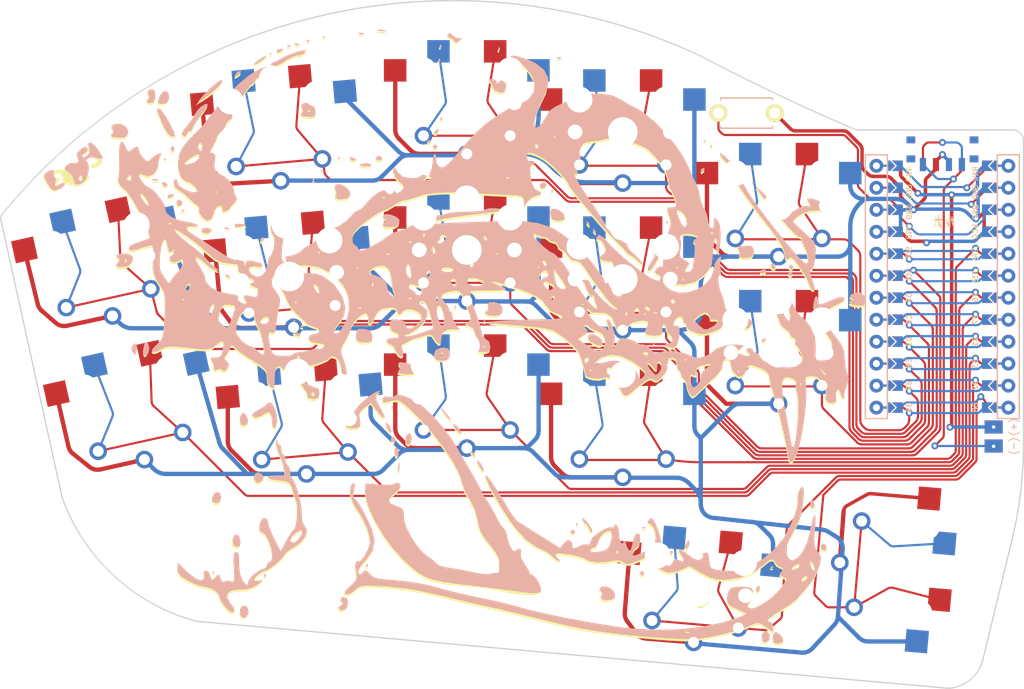
<source format=kicad_pcb>
(kicad_pcb (version 20211014) (generator pcbnew)
  (title_block (title "luna (ルナ)") (date "2022-01-25") (rev "0.3") (company "<3"))
  (layers (0 "F.Cu" signal) (31 "B.Cu" signal) (34 "B.Paste" user) (35 "F.Paste" user) (36 "B.SilkS" user "B.Silkscreen") (37 "F.SilkS" user "F.Silkscreen") (38 "B.Mask" user) (39 "F.Mask" user) (44 "Edge.Cuts" user))
  (net 0 "")
  (net 1 "unconnected-(PSW1-Pad3)")
  (net 2 "switch1")
  (net 3 "switch2")
  (net 4 "switch3")
  (net 5 "switch4")
  (net 6 "switch5")
  (net 7 "switch6")
  (net 8 "switch7")
  (net 9 "switch8")
  (net 10 "switch9")
  (net 11 "switch10")
  (net 12 "switch11")
  (net 13 "switch12")
  (net 14 "switch13")
  (net 15 "switch14")
  (net 16 "switch15")
  (net 17 "unconnected-(U1-Pad2)")
  (net 18 "unconnected-(U1-Pad1)")
  (net 19 "GND")
  (net 20 "VCC")
  (net 21 "Net-(BT1-Pad2)")
  (net 22 "raw")
  (net 23 "unconnected-(U1-Pad20)")
  (net 24 "reset")
  (footprint "bugs:Kailh_socket_PG1350_optional_reversible_1u" (layer "F.Cu") (at 37.044581 75.923728 12.5)
    (fp_text reference "SW1" hide)
    (fp_text value "SW_PUSH" hide)
  )
  (footprint "bugs:Kailh_socket_PG1350_optional_reversible_1u" (layer "F.Cu") (at 57.23886 60.190585 5)
    (fp_text reference "SW2" hide)
    (fp_text value "SW_PUSH" hide)
  )
  (footprint "bugs:Kailh_socket_PG1350_optional_reversible_1u" (layer "F.Cu") (at 79.23 57.058851)
    (fp_text reference "SW3" hide)
    (fp_text value "SW_PUSH" hide)
  )
  (footprint "bugs:Kailh_socket_PG1350_optional_reversible_1u" (layer "F.Cu") (at 97.233086 60.427567)
    (fp_text reference "SW4" hide)
    (fp_text value "SW_PUSH" hide)
  )
  (footprint "bugs:Kailh_socket_PG1350_optional_reversible_1u" (layer "F.Cu") (at 115.233089 68.92757)
    (fp_text reference "SW5" hide)
    (fp_text value "SW_PUSH" hide)
  )
  (footprint "bugs:Kailh_socket_PG1350_optional_reversible_1u" (layer "F.Cu") (at 40.724057 92.520754 12.5)
    (fp_text reference "SW6" hide)
    (fp_text value "SW_PUSH" hide)
  )
  (footprint "bugs:Kailh_socket_PG1350_optional_reversible_1u" (layer "F.Cu") (at 58.720502 77.125901 5)
    (fp_text reference "SW7" hide)
    (fp_text value "SW_PUSH" hide)
  )
  (footprint "bugs:Kailh_socket_PG1350_optional_reversible_1u" (layer "F.Cu") (at 79.23 74.058851)
    (fp_text reference "SW8" hide)
    (fp_text value "SW_PUSH" hide)
  )
  (footprint "bugs:Kailh_socket_PG1350_optional_reversible_1u" (layer "F.Cu") (at 97.233086 77.427564)
    (fp_text reference "SW9" hide)
    (fp_text value "SW_PUSH" hide)
  )
  (footprint "bugs:Kailh_socket_PG1350_optional_reversible_1u" (layer "F.Cu") (at 115.233089 85.927569)
    (fp_text reference "SW10" hide)
    (fp_text value "SW_PUSH" hide)
  )
  (footprint "bugs:Kailh_socket_PG1350_optional_reversible_1u" (layer "F.Cu") (at 60.20215 94.061209 5)
    (fp_text reference "SW11" hide)
    (fp_text value "SW_PUSH" hide)
  )
  (footprint "bugs:Kailh_socket_PG1350_optional_reversible_1u" (layer "F.Cu") (at 79.23 91.058862)
    (fp_text reference "SW12" hide)
    (fp_text value "SW_PUSH" hide)
  )
  (footprint "bugs:Kailh_socket_PG1350_optional_reversible_1u" (layer "F.Cu") (at 97.233086 94.427566)
    (fp_text reference "SW13" hide)
    (fp_text value "SW_PUSH" hide)
  )
  (footprint "bugs:Kailh_socket_PG1350_optional_reversible_15u" (layer "F.Cu") (at 105.925 113.525 -5)
    (fp_text reference "SW14" hide)
    (fp_text value "SW_PUSH" hide)
  )
  (footprint "bugs:Kailh_socket_PG1350_optional_reversible_15u" (layer "F.Cu") (at 128.173785 110.702668 -95)
    (fp_text reference "SW15" hide)
    (fp_text value "SW_PUSH" hide)
  )
  (footprint "kbd:ResetSW" (layer "F.Cu") (at 111.5314 58.2422 180)
    (fp_text reference "SW16" hide)
    (fp_text value "SW_Push" hide)
  )
  (footprint "bugs:Battery_pads_reversible" (layer "F.Cu") (at 140.0556 95.6134 -90)
    (fp_text reference "BT1" hide)
    (fp_text value "Battery_Cell" hide)
  )
  (footprint "bugs:ProMicro_jumpers" (layer "F.Cu") (at 134.139009 78.304446)
    (fp_text reference "U1" hide)
    (fp_text value "ProMicro")
  )
  (footprint "LOGO" (layer "F.Cu") (at 80.650985 84.517057 -5)
    (fp_text reference "SKULL" hide)
    (fp_text value "LOGO" hide)
  )
  (footprint "bugs:Power_reversible" (layer "F.Cu") (at 134.147486 62.441256 180)
    (fp_text reference "PSW1" hide)
    (fp_text value "SW_SPDT")
  )
  (footprint "LOGO" (layer "B.Cu") (at 80.414636 84.247485 175)
    (fp_text reference "SKULLback" hide)
    (fp_text value "LOGO" hide)
  )
  (gr_arc (start 48.006 116.967) (mid 38.493265 111.714378) (end 32.5 102.65) (layer "Edge.Cuts") (width 0.15))
  (gr_line (start 32.5 102.65) (end 25.403917 70.438877) (layer "Edge.Cuts") (width 0.15))
  (gr_line (start 143.51 74.168) (end 143.51 97.409) (layer "Edge.Cuts") (width 0.15))
  (gr_line (start 134.874 124.714) (end 48.006 116.967) (layer "Edge.Cuts") (width 0.15))
  (gr_line (start 143.51 74.168) (end 143.51 61.468) (layer "Edge.Cuts") (width 0.15))
  (gr_arc (start 25.55 69.975) (mid 62.771917 46.910535) (end 106.299 51.689) (layer "Edge.Cuts") (width 0.15))
  (gr_arc (start 142.24 60.198) (mid 143.142513 60.565487) (end 143.51 61.468) (layer "Edge.Cuts") (width 0.15))
  (gr_line (start 138.811 121.412) (end 142.113 107.823) (layer "Edge.Cuts") (width 0.15))
  (gr_arc (start 138.811 121.412) (mid 137.371857 123.694157) (end 134.874 124.714) (layer "Edge.Cuts") (width 0.15))
  (gr_line (start 142.24 60.198) (end 124.206 60.198) (layer "Edge.Cuts") (width 0.15))
  (gr_arc (start 143.51 97.409) (mid 143.095211 102.654059) (end 142.113 107.823) (layer "Edge.Cuts") (width 0.15))
  (gr_arc (start 25.403917 70.438877) (mid 25.438658 70.194877) (end 25.55 69.975) (layer "Edge.Cuts") (width 0.15))
  (gr_arc (start 124.206 60.198) (mid 115.16741 56.12257) (end 106.299 51.689) (layer "Edge.Cuts") (width 0.15))
  (gr_text "ルナ" (at 134.366 70.891399) (layer "B.SilkS") (effects (font (size 1.25 1.25)) (justify mirror)))
  (gr_text "ルナ" (at 132.8928 70.8914) (layer "F.SilkS") (effects (font (size 1.25 1.25)) (justify left)))
  (segment (start 131.897489 62.318221) (end 131.897489 64.191257) (width 0.25) (layer "F.Cu") (net 1))
  (segment (start 132.220901 61.787703) (end 132.043936 61.964667) (width 0.25) (layer "F.Cu") (net 1))
  (segment (start 134.147489 61.641258) (end 132.574454 61.641257) (width 0.25) (layer "F.Cu") (net 1))
  (via (at 134.147489 61.641258) (size 0.8) (drill 0.4) (layers "F.Cu" "B.Cu") (net 1))
  (arc (start 131.897489 62.318221) (mid 131.935549 62.126879) (end 132.043936 61.964667) (width 0.25) (layer "F.Cu") (net 1))
  (arc (start 132.574454 61.641257) (mid 132.383113 61.679317) (end 132.220901 61.787703) (width 0.25) (layer "F.Cu") (net 1))
  (segment (start 136.397488 62.30539) (end 136.397491 64.191258) (width 0.25) (layer "B.Cu") (net 1))
  (segment (start 136.086912 61.787707) (end 136.251043 61.95184) (width 0.25) (layer "B.Cu") (net 1))
  (segment (start 134.147489 61.641258) (end 135.733356 61.641258) (width 0.25) (layer "B.Cu") (net 1))
  (arc (start 136.397488 62.30539) (mid 136.359428 62.11405) (end 136.251043 61.95184) (width 0.25) (layer "B.Cu") (net 1))
  (arc (start 136.086912 61.787707) (mid 135.924699 61.679319) (end 135.733356 61.641258) (width 0.25) (layer "B.Cu") (net 1))
  (segment (start 112.514393 98.135777) (end 112.478269 98.120814) (width 0.25) (layer "F.Cu") (net 2))
  (segment (start 61.119432 85.499467) (end 61.099824 85.499872) (width 0.25) (layer "F.Cu") (net 2))
  (segment (start 112.254416 97.973762) (end 112.24029 97.960158) (width 0.25) (layer "F.Cu") (net 2))
  (segment (start 112.796269 98.190451) (end 112.776656 98.190082) (width 0.25) (layer "F.Cu") (net 2))
  (segment (start 85.556717 82.739398) (end 85.520613 82.724443) (width 0.25) (layer "F.Cu") (net 2))
  (segment (start 85.226944 82.669523) (end 64.593047 82.669523) (width 0.25) (layer "F.Cu") (net 2))
  (segment (start 64.016779 82.908221) (end 61.663697 85.261303) (width 0.25) (layer "F.Cu") (net 2))
  (segment (start 47.775347 85.488103) (end 47.731411 85.479364) (width 0.25) (layer "F.Cu") (net 2))
  (segment (start 88.405726 85.510738) (end 85.803208 82.90822) (width 0.25) (layer "F.Cu") (net 2))
  (segment (start 104.82644 90.208891) (end 104.82644 88.978459) (width 0.25) (layer "F.Cu") (net 2))
  (segment (start 85.698137 82.820026) (end 85.660447 82.794842) (width 0.25) (layer "F.Cu") (net 2))
  (segment (start 88.844373 85.737141) (end 88.800437 85.728402) (width 0.25) (layer "F.Cu") (net 2))
  (segment (start 104.701247 88.545437) (end 104.676362 88.508194) (width 0.25) (layer "F.Cu") (net 2))
  (segment (start 47.618854 85.44522) (end 47.58273 85.430257) (width 0.25) (layer "F.Cu") (net 2))
  (segment (start 43.553189 81.46423) (end 43.52971 81.430409) (width 0.25) (layer "F.Cu") (net 2))
  (segment (start 42.748532 78.551455) (end 32.985571 80.715851) (width 0.25) (layer "F.Cu") (net 2))
  (segment (start 61.417204 85.430126) (end 61.381102 85.44508) (width 0.25) (layer "F.Cu") (net 2))
  (segment (start 88.969757 85.748932) (end 88.950141 85.748563) (width 0.25) (layer "F.Cu") (net 2))
  (segment (start 101.926238 85.818914) (end 101.890136 85.80396) (width 0.25) (layer "F.Cu") (net 2))
  (segment (start 43.626388 81.551242) (end 43.614013 81.5384) (width 0.25) (layer "F.Cu") (net 2))
  (segment (start 47.478991 85.374807) (end 47.441748 85.349922) (width 0.25) (layer "F.Cu") (net 2))
  (segment (start 85.408058 82.6903) (end 85.363599 82.681457) (width 0.25) (layer "F.Cu") (net 2))
  (segment (start 47.900731 85.499894) (end 47.881115 85.499525) (width 0.25) (layer "F.Cu") (net 2))
  (segment (start 112.670885 98.17866) (end 112.626949 98.169921) (width 0.25) (layer "F.Cu") (net 2))
  (segment (start 105.056462 90.776299) (end 105.042887 90.762151) (width 0.25) (layer "F.Cu") (net 2))
  (segment (start 135.68892 76.384063) (end 135.68892 97.197316) (width 0.25) (layer "F.Cu") (net 2))
  (segment (start 101.777581 85.769817) (end 101.733122 85.760974) (width 0.25) (layer "F.Cu") (net 2))
  (segment (start 104.588134 88.40314) (end 102.172731 85.987737) (width 0.25) (layer "F.Cu") (net 2))
  (segment (start 112.232233 97.952251) (end 105.065137 90.785155) (width 0.25) (layer "F.Cu") (net 2))
  (segment (start 102.163875 85.979062) (end 102.149727 85.965487) (width 0.25) (layer "F.Cu") (net 2))
  (segment (start 88.548017 85.623846) (end 88.510773 85.59896) (width 0.25) (layer "F.Cu") (net 2))
  (segment (start 134.695679 98.190557) (end 112.807552 98.190557) (width 0.25) (layer "F.Cu") (net 2))
  (segment (start 39.233542 75.113781) (end 38.954135 69.405927) (width 0.25) (layer "F.Cu") (net 2))
  (segment (start 64.299378 82.724443) (end 64.263271 82.739399) (width 0.25) (layer "F.Cu") (net 2))
  (segment (start 102.067659 85.899543) (end 102.02997 85.87436) (width 0.25) (layer "F.Cu") (net 2))
  (segment (start 101.596464 85.74904) (end 88.981038 85.749038) (width 0.25) (layer "F.Cu") (net 2))
  (segment (start 64.039783 82.885971) (end 64.025635 82.899546) (width 0.25) (layer "F.Cu") (net 2))
  (segment (start 61.268547 85.479223) (end 61.224088 85.488066) (width 0.25) (layer "F.Cu") (net 2))
  (segment (start 64.58065 82.669651) (end 64.561048 82.670056) (width 0.25) (layer "F.Cu") (net 2))
  (segment (start 112.37453 98.065364) (end 112.337287 98.040479) (width 0.25) (layer "F.Cu") (net 2))
  (segment (start 61.558625 85.349497) (end 61.520936 85.37468) (width 0.25) (layer "F.Cu") (net 2))
  (segment (start 101.628466 85.749573) (end 101.608861 85.749168) (width 0.25) (layer "F.Cu") (net 2))
  (segment (start 138.453559 74.347997) (end 137.965009 73.859446) (width 0.25) (layer "F.Cu") (net 2))
  (segment (start 138.965009 74.494444) (end 138.807113 74.494444) (width 0.25) (layer "F.Cu") (net 2))
  (segment (start 43.476777 81.337431) (end 43.459677 81.299975) (width 0.25) (layer "F.Cu") (net 2))
  (segment (start 85.794352 82.899545) (end 85.780204 82.88597) (width 0.25) (layer "F.Cu") (net 2))
  (segment (start 104.609645 88.425323) (end 104.596041 88.411197) (width 0.25) (layer "F.Cu") (net 2))
  (segment (start 85.258943 82.670056) (end 85.239335 82.669651) (width 0.25) (layer "F.Cu") (net 2))
  (segment (start 137.965009 73.859446) (end 135.864656 75.959799) (width 0.25) (layer "F.Cu") (net 2))
  (segment (start 61.087433 85.5) (end 47.912012 85.5) (width 0.25) (layer "F.Cu") (net 2))
  (segment (start 104.847217 90.390005) (end 104.838374 90.345547) (width 0.25) (layer "F.Cu") (net 2))
  (segment (start 88.427903 85.532244) (end 88.413771 85.518633) (width 0.25) (layer "F.Cu") (net 2))
  (segment (start 61.654841 85.269978) (end 61.640693 85.283553) (width 0.25) (layer "F.Cu") (net 2))
  (segment (start 104.826973 90.24089) (end 104.826568 90.221282) (width 0.25) (layer "F.Cu") (net 2))
  (segment (start 104.896315 90.538664) (end 104.88136 90.50256) (width 0.25) (layer "F.Cu") (net 2))
  (segment (start 42.748532 78.551455) (end 39.501893 75.673303) (width 0.25) (layer "F.Cu") (net 2))
  (segment (start 64.456387 82.681457) (end 64.411926 82.690301) (width 0.25) (layer "F.Cu") (net 2))
  (segment (start 47.336697 85.261697) (end 43.634177 81.559177) (width 0.25) (layer "F.Cu") (net 2))
  (segment (start 43.419369 81.181868) (end 42.748532 78.551455) (width 0.25) (layer "F.Cu") (net 2))
  (segment (start 104.826334 88.967176) (end 104.825965 88.947563) (width 0.25) (layer "F.Cu") (net 2))
  (segment (start 104.976943 90.680084) (end 104.951759 90.642394) (width 0.25) (layer "F.Cu") (net 2))
  (segment (start 135.513184 97.62158) (end 135.119943 98.014821) (width 0.25) (layer "F.Cu") (net 2))
  (segment (start 47.358876 85.283205) (end 47.344747 85.269597) (width 0.25) (layer "F.Cu") (net 2))
  (segment (start 104.814543 88.841792) (end 104.805804 88.797856) (width 0.25) (layer "F.Cu") (net 2))
  (segment (start 43.426946 81.209821) (end 43.422218 81.192622) (width 0.25) (layer "F.Cu") (net 2))
  (segment (start 104.77166 88.6853) (end 104.756697 88.649176) (width 0.25) (layer "F.Cu") (net 2))
  (segment (start 88.68788 85.694258) (end 88.651754 85.679294) (width 0.25) (layer "F.Cu") (net 2))
  (segment (start 64.159542 82.794843) (end 64.121852 82.820026) (width 0.25) (layer "F.Cu") (net 2))
  (via (at 137.965009 73.859446) (size 0.8) (drill 0.4) (layers "F.Cu" "B.Cu") (net 2))
  (arc (start 112.254416 97.973762) (mid 112.29437 98.008961) (end 112.337287 98.040479) (width 0.25) (layer "F.Cu") (net 2))
  (arc (start 85.363599 82.681457) (mid 85.311522 82.673457) (end 85.258943 82.670056) (width 0.25) (layer "F.Cu") (net 2))
  (arc (start 88.510773 85.59896) (mid 88.467857 85.567442) (end 88.427903 85.532244) (width 0.25) (layer "F.Cu") (net 2))
  (arc (start 61.099824 85.499872) (mid 61.093629 85.499968) (end 61.087433 85.5) (width 0.25) (layer "F.Cu") (net 2))
  (arc (start 85.803208 82.90822) (mid 85.798802 82.90386) (end 85.794352 82.899545) (width 0.25) (layer "F.Cu") (net 2))
  (arc (start 104.826334 88.967176) (mid 104.826414 88.972817) (end 104.82644 88.978459) (width 0.25) (layer "F.Cu") (net 2))
  (arc (start 43.426946 81.209821) (mid 43.441507 81.255553) (end 43.459677 81.299975) (width 0.25) (layer "F.Cu") (net 2))
  (arc (start 47.618854 85.44522) (mid 47.674294 85.465057) (end 47.731411 85.479364) (width 0.25) (layer "F.Cu") (net 2))
  (arc (start 104.609645 88.425323) (mid 104.644844 88.465277) (end 104.676362 88.508194) (width 0.25) (layer "F.Cu") (net 2))
  (arc (start 105.042887 90.762151) (mid 105.008112 90.722567) (end 104.976943 90.680084) (width 0.25) (layer "F.Cu") (net 2))
  (arc (start 39.501893 75.673303) (mid 39.311257 75.420621) (end 39.233542 75.113781) (width 0.25) (layer "F.Cu") (net 2))
  (arc (start 104.847217 90.390005) (mid 104.861524 90.447121) (end 104.88136 90.50256) (width 0.25) (layer "F.Cu") (net 2))
  (arc (start 101.890136 85.80396) (mid 101.834697 85.784124) (end 101.777581 85.769817) (width 0.25) (layer "F.Cu") (net 2))
  (arc (start 85.408058 82.6903) (mid 85.465174 82.704607) (end 85.520613 82.724443) (width 0.25) (layer "F.Cu") (net 2))
  (arc (start 101.926238 85.818914) (mid 101.979466 85.844089) (end 102.02997 85.87436) (width 0.25) (layer "F.Cu") (net 2))
  (arc (start 61.654841 85.269978) (mid 61.659291 85.265663) (end 61.663697 85.261303) (width 0.25) (layer "F.Cu") (net 2))
  (arc (start 85.226944 82.669523) (mid 85.23314 82.669555) (end 85.239335 82.669651) (width 0.25) (layer "F.Cu") (net 2))
  (arc (start 88.651754 85.679294) (mid 88.598524 85.654118) (end 88.548017 85.623846) (width 0.25) (layer "F.Cu") (net 2))
  (arc (start 102.067659 85.899543) (mid 102.110142 85.930712) (end 102.149727 85.965487) (width 0.25) (layer "F.Cu") (net 2))
  (arc (start 88.68788 85.694258) (mid 88.74332 85.714095) (end 88.800437 85.728402) (width 0.25) (layer "F.Cu") (net 2))
  (arc (start 105.056462 90.776299) (mid 105.060777 90.780749) (end 105.065137 90.785155) (width 0.25) (layer "F.Cu") (net 2))
  (arc (start 135.513184 97.62158) (mid 135.643248 97.426926) (end 135.68892 97.197316) (width 0.25) (layer "F.Cu") (net 2))
  (arc (start 112.807552 98.190557) (mid 112.80191 98.19053) (end 112.796269 98.190451) (width 0.25) (layer "F.Cu") (net 2))
  (arc (start 102.163875 85.979062) (mid 102.168325 85.983377) (end 102.172731 85.987737) (width 0.25) (layer "F.Cu") (net 2))
  (arc (start 43.553189 81.46423) (mid 43.582116 81.502533) (end 43.614013 81.5384) (width 0.25) (layer "F.Cu") (net 2))
  (arc (start 112.478269 98.120814) (mid 112.425037 98.095637) (end 112.37453 98.065364) (width 0.25) (layer "F.Cu") (net 2))
  (arc (start 64.456387 82.681457) (mid 64.508467 82.673456) (end 64.561048 82.670056) (width 0.25) (layer "F.Cu") (net 2))
  (arc (start 104.814543 88.841792) (mid 104.822603 88.894424) (end 104.825965 88.947563) (width 0.25) (layer "F.Cu") (net 2))
  (arc (start 47.58273 85.430257) (mid 47.529498 85.40508) (end 47.478991 85.374807) (width 0.25) (layer "F.Cu") (net 2))
  (arc (start 61.558625 85.349497) (mid 61.601108 85.318328) (end 61.640693 85.283553) (width 0.25) (layer "F.Cu") (net 2))
  (arc (start 47.358876 85.283205) (mid 47.39883 85.318404) (end 47.441748 85.349922) (width 0.25) (layer "F.Cu") (net 2))
  (arc (start 104.805804 88.797856) (mid 104.791497 88.740739) (end 104.77166 88.6853) (width 0.25) (layer "F.Cu") (net 2))
  (arc (start 112.626949 98.169921) (mid 112.569832 98.155614) (end 112.514393 98.135777) (width 0.25) (layer "F.Cu") (net 2))
  (arc (start 64.593047 82.669523) (mid 64.586848 82.669555) (end 64.58065 82.669651) (width 0.25) (layer "F.Cu") (net 2))
  (arc (start 64.411926 82.690301) (mid 64.354813 82.704607) (end 64.299378 82.724443) (width 0.25) (layer "F.Cu") (net 2))
  (arc (start 101.596464 85.74904) (mid 101.602663 85.749072) (end 101.608861 85.749168) (width 0.25) (layer "F.Cu") (net 2))
  (arc (start 104.596041 88.411197) (mid 104.592106 88.40715) (end 104.588134 88.40314) (width 0.25) (layer "F.Cu") (net 2))
  (arc (start 104.826568 90.221282) (mid 104.826472 90.215087) (end 104.82644 90.208891) (width 0.25) (layer "F.Cu") (net 2))
  (arc (start 112.670885 98.17866) (mid 112.723517 98.18672) (end 112.776656 98.190082) (width 0.25) (layer "F.Cu") (net 2))
  (arc (start 61.224088 85.488066) (mid 61.172011 85.496066) (end 61.119432 85.499467) (width 0.25) (layer "F.Cu") (net 2))
  (arc (start 104.951759 90.642394) (mid 104.921489 90.591891) (end 104.896315 90.538664) (width 0.25) (layer "F.Cu") (net 2))
  (arc (start 61.381102 85.44508) (mid 61.325663 85.464916) (end 61.268547 85.479223) (width 0.25) (layer "F.Cu") (net 2))
  (arc (start 47.336697 85.261697) (mid 47.340703 85.265666) (end 47.344747 85.269597) (width 0.25) (layer "F.Cu") (net 2))
  (arc (start 104.701247 88.545437) (mid 104.73152 88.595944) (end 104.756697 88.649176) (width 0.25) (layer "F.Cu") (net 2))
  (arc (start 43.634177 81.559177) (mid 43.630264 81.555228) (end 43.626388 81.551242) (width 0.25) (layer "F.Cu") (net 2))
  (arc (start 104.826973 90.24089) (mid 104.830374 90.293469) (end 104.838374 90.345547) (width 0.25) (layer "F.Cu") (net 2))
  (arc (start 47.775347 85.488103) (mid 47.827977 85.496163) (end 47.881115 85.499525) (width 0.25) (layer "F.Cu") (net 2))
  (arc (start 64.121852 82.820026) (mid 64.079368 82.851195) (end 64.039783 82.885971) (width 0.25) (layer "F.Cu") (net 2))
  (arc (start 85.660447 82.794842) (mid 85.609944 82.764572) (end 85.556717 82.739398) (width 0.25) (layer "F.Cu") (net 2))
  (arc (start 85.698137 82.820026) (mid 85.74062 82.851194) (end 85.780204 82.88597) (width 0.25) (layer "F.Cu") (net 2))
  (arc (start 64.159542 82.794843) (mid 64.210045 82.764573) (end 64.263271 82.739399) (width 0.25) (layer "F.Cu") (net 2))
  (arc (start 43.52971 81.430409) (mid 43.501167 81.385102) (end 43.476777 81.337431) (width 0.25) (layer "F.Cu") (net 2))
  (arc (start 88.981038 85.749038) (mid 88.975397 85.749011) (end 88.969757 85.748932) (width 0.25) (layer "F.Cu") (net 2))
  (arc (start 135.119943 98.014821) (mid 134.925289 98.144885) (end 134.695679 98.190557) (width 0.25) (layer "F.Cu") (net 2))
  (arc (start 88.405726 85.510738) (mid 88.40973 85.514704) (end 88.413771 85.518633) (width 0.25) (layer "F.Cu") (net 2))
  (arc (start 64.025635 82.899546) (mid 64.021185 82.903861) (end 64.016779 82.908221) (width 0.25) (layer "F.Cu") (net 2))
  (arc (start 101.628466 85.749573) (mid 101.681045 85.752973) (end 101.733122 85.760974) (width 0.25) (layer "F.Cu") (net 2))
  (arc (start 138.807113 74.494444) (mid 138.615771 74.456384) (end 138.453559 74.347997) (width 0.25) (layer "F.Cu") (net 2))
  (arc (start 47.912012 85.5) (mid 47.906371 85.499973) (end 47.900731 85.499894) (width 0.25) (layer "F.Cu") (net 2))
  (arc (start 135.864656 75.959799) (mid 135.734592 76.154453) (end 135.68892 76.384063) (width 0.25) (layer "F.Cu") (net 2))
  (arc (start 88.844373 85.737141) (mid 88.897003 85.745201) (end 88.950141 85.748563) (width 0.25) (layer "F.Cu") (net 2))
  (arc (start 112.24029 97.960158) (mid 112.236243 97.956223) (end 112.232233 97.952251) (width 0.25) (layer "F.Cu") (net 2))
  (arc (start 43.422218 81.192622) (mid 43.420769 81.187252) (end 43.419369 81.181868) (width 0.25) (layer "F.Cu") (net 2))
  (arc (start 61.417204 85.430126) (mid 61.470432 85.404951) (end 61.520936 85.37468) (width 0.25) (layer "F.Cu") (net 2))
  (segment (start 34.544835 76.238199) (end 32.559396 70.823606) (width 0.25) (layer "B.Cu") (net 2))
  (segment (start 129.313009 74.494446) (end 129.484063 74.323392) (width 0.25) (layer "B.Cu") (net 2))
  (segment (start 137.793956 74.030499) (end 137.965009 73.859446) (width 0.25) (layer "B.Cu") (net 2))
  (segment (start 131.313009 74.176946) (end 137.440402 74.176946) (width 0.25) (layer "B.Cu") (net 2))
  (segment (start 32.985571 80.715851) (end 34.537246 76.808903) (width 0.25) (layer "B.Cu") (net 2))
  (segment (start 129.837616 74.176946) (end 131.313009 74.176946) (width 0.25) (layer "B.Cu") (net 2))
  (arc (start 137.440402 74.176946) (mid 137.631744 74.138886) (end 137.793956 74.030499) (width 0.25) (layer "B.Cu") (net 2))
  (arc (start 129.837616 74.176946) (mid 129.646275 74.215006) (end 129.484063 74.323392) (width 0.25) (layer "B.Cu") (net 2))
  (arc (start 34.537246 76.808903) (mid 34.593667 76.524251) (end 34.544835 76.238199) (width 0.25) (layer "B.Cu") (net 2))
  (segment (start 105.12596 72.949601) (end 105.12596 69.362343) (width 0.25) (layer "F.Cu") (net 3))
  (segment (start 90.637218 68.252224) (end 88.601811 66.216817) (width 0.25) (layer "F.Cu") (net 3))
  (segment (start 59.550038 59.670652) (end 59.982821 53.977791) (width 0.25) (layer "F.Cu") (net 3))
  (segment (start 108.784711 76.939723) (end 105.360274 73.515286) (width 0.25) (layer "F.Cu") (net 3))
  (segment (start 104.891645 68.796657) (end 104.815842 68.720854) (width 0.25) (layer "F.Cu") (net 3))
  (segment (start 123.180325 77.271657) (end 123.141286 77.232618) (width 0.25) (layer "F.Cu") (net 3))
  (segment (start 62.551025 63.540346) (end 52.589078 64.411904) (width 0.25) (layer "F.Cu") (net 3))
  (segment (start 129.777822 96.10049) (end 125.001884 96.10049) (width 0.25) (layer "F.Cu") (net 3))
  (segment (start 131.915685 94.293998) (end 130.343507 95.866176) (width 0.25) (layer "F.Cu") (net 3))
  (segment (start 122.999865 77.17404) (end 121.85 77.17404) (width 0.25) (layer "F.Cu") (net 3))
  (segment (start 123.414641 94.513247) (end 123.414641 93.7) (width 0.25) (layer "F.Cu") (net 3))
  (segment (start 62.551025 63.540346) (end 59.739605 60.25108) (width 0.25) (layer "F.Cu") (net 3))
  (segment (start 129.824454 84.800891) (end 130.313009 85.289444) (width 0.25) (layer "F.Cu") (net 3))
  (segment (start 123.414641 93.7) (end 123.41464 77.837343) (width 0.25) (layer "F.Cu") (net 3))
  (segment (start 104.250157 68.48654) (end 91.202904 68.486539) (width 0.25) (layer "F.Cu") (net 3))
  (segment (start 132.15 87.457806) (end 132.15 93.728312) (width 0.25) (layer "F.Cu") (net 3))
  (segment (start 63.248188 65.748188) (end 63.031724 65.531724) (width 0.25) (layer "F.Cu") (net 3))
  (segment (start 88.036126 65.982503) (end 63.813874 65.982503) (width 0.25) (layer "F.Cu") (net 3))
  (segment (start 121.85 77.17404) (end 109.350397 77.174038) (width 0.25) (layer "F.Cu") (net 3))
  (segment (start 130.313009 85.289444) (end 131.915686 86.892121) (width 0.25) (layer "F.Cu") (net 3))
  (segment (start 124.436198 95.866175) (end 123.648955 95.078932) (width 0.25) (layer "F.Cu") (net 3))
  (segment (start 62.808109 65.09644) (end 62.551025 63.540346) (width 0.25) (layer "F.Cu") (net 3))
  (segment (start 129.313008 84.654447) (end 129.470896 84.654445) (width 0.25) (layer "F.Cu") (net 3))
  (via (at 130.313009 85.289444) (size 0.8) (drill 0.4) (layers "F.Cu" "B.Cu") (net 3))
  (arc (start 125.001884 96.10049) (mid 124.695737 96.039594) (end 124.436198 95.866175) (width 0.25) (layer "F.Cu") (net 3))
  (arc (start 105.12596 69.362343) (mid 105.065063 69.056196) (end 104.891645 68.796657) (width 0.25) (layer "F.Cu") (net 3))
  (arc (start 105.12596 72.949601) (mid 105.186856 73.255747) (end 105.360274 73.515286) (width 0.25) (layer "F.Cu") (net 3))
  (arc (start 129.470896 84.654445) (mid 129.66224 84.692504) (end 129.824454 84.800891) (width 0.25) (layer "F.Cu") (net 3))
  (arc (start 130.343507 95.866176) (mid 130.083968 96.039594) (end 129.777822 96.10049) (width 0.25) (layer "F.Cu") (net 3))
  (arc (start 63.031724 65.531724) (mid 62.885816 65.3316) (end 62.808109 65.09644) (width 0.25) (layer "F.Cu") (net 3))
  (arc (start 63.813874 65.982503) (mid 63.507727 65.921606) (end 63.248188 65.748188) (width 0.25) (layer "F.Cu") (net 3))
  (arc (start 88.036126 65.982503) (mid 88.342272 66.043399) (end 88.601811 66.216817) (width 0.25) (layer "F.Cu") (net 3))
  (arc (start 131.915686 86.892121) (mid 132.089104 87.15166) (end 132.15 87.457806) (width 0.25) (layer "F.Cu") (net 3))
  (arc (start 132.15 93.728312) (mid 132.089103 94.034459) (end 131.915685 94.293998) (width 0.25) (layer "F.Cu") (net 3))
  (arc (start 104.815842 68.720854) (mid 104.556303 68.547436) (end 104.250157 68.48654) (width 0.25) (layer "F.Cu") (net 3))
  (arc (start 109.350397 77.174038) (mid 109.04425 77.113141) (end 108.784711 76.939723) (width 0.25) (layer "F.Cu") (net 3))
  (arc (start 122.999865 77.17404) (mid 123.076401 77.189264) (end 123.141286 77.232618) (width 0.25) (layer "F.Cu") (net 3))
  (arc (start 123.648955 95.078932) (mid 123.475537 94.819393) (end 123.414641 94.513247) (width 0.25) (layer "F.Cu") (net 3))
  (arc (start 90.637218 68.252224) (mid 90.896757 68.425643) (end 91.202904 68.486539) (width 0.25) (layer "F.Cu") (net 3))
  (arc (start 123.41464 77.837343) (mid 123.353743 77.531196) (end 123.180325 77.271657) (width 0.25) (layer "F.Cu") (net 3))
  (arc (start 59.550038 59.670652) (mid 59.587267 59.979663) (end 59.739605 60.25108) (width 0.25) (layer "F.Cu") (net 3))
  (segment (start 54.617101 60.169299) (end 53.457746 54.548662) (width 0.25) (layer "B.Cu") (net 3))
  (segment (start 138.476455 85.142998) (end 138.965007 84.654447) (width 0.25) (layer "B.Cu") (net 3))
  (segment (start 130.313009 85.289444) (end 138.122902 85.289444) (width 0.25) (layer "B.Cu") (net 3))
  (segment (start 52.589078 64.411904) (end 54.541477 60.703607) (width 0.25) (layer "B.Cu") (net 3))
  (arc (start 138.476455 85.142998) (mid 138.314243 85.251384) (end 138.122902 85.289444) (width 0.25) (layer "B.Cu") (net 3))
  (arc (start 54.541477 60.703607) (mid 54.6257 60.443022) (end 54.617101 60.169299) (width 0.25) (layer "B.Cu") (net 3))
  (segment (start 108.950198 76.540204) (end 105.759795 73.349801) (width 0.25) (layer "F.Cu") (net 4))
  (segment (start 84.244393 60.858851) (end 74.244393 60.858851) (width 0.25) (layer "F.Cu") (net 4))
  (segment (start 123.579845 77.106171) (end 123.351036 76.877362) (width 0.25) (layer "F.Cu") (net 4))
  (segment (start 105.291165 68.631171) (end 104.981328 68.321334) (width 0.25) (layer "F.Cu") (net 4))
  (segment (start 129.541602 95.70098) (end 125.167358 95.70098) (width 0.25) (layer "F.Cu") (net 4))
  (segment (start 129.313007 87.194443) (end 129.470902 87.194443) (width 0.25) (layer "F.Cu") (net 4))
  (segment (start 84.244393 60.858851) (end 81.753679 57.188317) (width 0.25) (layer "F.Cu") (net 4))
  (segment (start 105.525481 72.784116) (end 105.52548 69.196857) (width 0.25) (layer "F.Cu") (net 4))
  (segment (start 90.802705 67.852705) (end 87.134314 64.184314) (width 0.25) (layer "F.Cu") (net 4))
  (segment (start 129.824454 87.34089) (end 130.313007 87.829443) (width 0.25) (layer "F.Cu") (net 4))
  (segment (start 124.601672 95.466665) (end 124.048474 94.913467) (width 0.25) (layer "F.Cu") (net 4))
  (segment (start 84.244393 62.713022) (end 84.244393 60.858851) (width 0.25) (layer "F.Cu") (net 4))
  (segment (start 81.626002 56.610897) (end 82.519393 51.108851) (width 0.25) (layer "F.Cu") (net 4))
  (segment (start 123.102754 76.77452) (end 109.515884 76.774519) (width 0.25) (layer "F.Cu") (net 4))
  (segment (start 86.568629 63.95) (end 85.481371 63.95) (width 0.25) (layer "F.Cu") (net 4))
  (segment (start 104.415643 68.08702) (end 91.368391 68.08702) (width 0.25) (layer "F.Cu") (net 4))
  (segment (start 84.915685 63.715685) (end 84.478707 63.278707) (width 0.25) (layer "F.Cu") (net 4))
  (segment (start 131.515685 94.058268) (end 130.107287 95.466666) (width 0.25) (layer "F.Cu") (net 4))
  (segment (start 123.81416 94.347782) (end 123.81416 77.671857) (width 0.25) (layer "F.Cu") (net 4))
  (segment (start 130.313007 87.829443) (end 131.515686 89.032122) (width 0.25) (layer "F.Cu") (net 4))
  (segment (start 131.75 89.597807) (end 131.75 93.492582) (width 0.25) (layer "F.Cu") (net 4))
  (via (at 130.313007 87.829443) (size 0.8) (drill 0.4) (layers "F.Cu" "B.Cu") (net 4))
  (arc (start 105.291165 68.631171) (mid 105.464584 68.89071) (end 105.52548 69.196857) (width 0.25) (layer "F.Cu") (net 4))
  (arc (start 104.981328 68.321334) (mid 104.721789 68.147916) (end 104.415643 68.08702) (width 0.25) (layer "F.Cu") (net 4))
  (arc (start 130.107287 95.466666) (mid 129.847748 95.640084) (end 129.541602 95.70098) (width 0.25) (layer "F.Cu") (net 4))
  (arc (start 123.579845 77.106171) (mid 123.753264 77.36571) (end 123.81416 77.671857) (width 0.25) (layer "F.Cu") (net 4))
  (arc (start 125.167358 95.70098) (mid 124.861211 95.640083) (end 124.601672 95.466665) (width 0.25) (layer "F.Cu") (net 4))
  (arc (start 124.048474 94.913467) (mid 123.875056 94.653928) (end 123.81416 94.347782) (width 0.25) (layer "F.Cu") (net 4))
  (arc (start 123.102754 76.77452) (mid 123.237123 76.801248) (end 123.351036 76.877362) (width 0.25) (layer "F.Cu") (net 4))
  (arc (start 81.626002 56.610897) (mid 81.634528 56.911838) (end 81.753679 57.188317) (width 0.25) (layer "F.Cu") (net 4))
  (arc (start 131.75 93.492582) (mid 131.689103 93.798729) (end 131.515685 94.058268) (width 0.25) (layer "F.Cu") (net 4))
  (arc (start 85.481371 63.95) (mid 85.175224 63.889103) (end 84.915685 63.715685) (width 0.25) (layer "F.Cu") (net 4))
  (arc (start 86.568629 63.95) (mid 86.874775 64.010896) (end 87.134314 64.184314) (width 0.25) (layer "F.Cu") (net 4))
  (arc (start 105.759795 73.349801) (mid 105.586377 73.090262) (end 105.525481 72.784116) (width 0.25) (layer "F.Cu") (net 4))
  (arc (start 129.470902 87.194443) (mid 129.662243 87.232503) (end 129.824454 87.34089) (width 0.25) (layer "F.Cu") (net 4))
  (arc (start 131.515686 89.032122) (mid 131.689104 89.291661) (end 131.75 89.597807) (width 0.25) (layer "F.Cu") (net 4))
  (arc (start 108.950198 76.540204) (mid 109.209737 76.713623) (end 109.515884 76.774519) (width 0.25) (layer "F.Cu") (net 4))
  (arc (start 91.368391 68.08702) (mid 91.062244 68.026123) (end 90.802705 67.852705) (width 0.25) (layer "F.Cu") (net 4))
  (arc (start 84.478707 63.278707) (mid 84.305289 63.019168) (end 84.244393 62.713022) (width 0.25) (layer "F.Cu") (net 4))
  (segment (start 130.313007 87.829443) (end 138.122901 87.829445) (width 0.25) (layer "B.Cu") (net 4))
  (segment (start 76.804024 56.739817) (end 75.969393 51.108851) (width 0.25) (layer "B.Cu") (net 4))
  (segment (start 138.476454 87.682999) (end 138.965008 87.194447) (width 0.25) (layer "B.Cu") (net 4))
  (segment (start 74.244393 60.858851) (end 76.672952 57.308807) (width 0.25) (layer "B.Cu") (net 4))
  (arc (start 76.672952 57.308807) (mid 76.792253 57.036697) (end 76.804024 56.739817) (width 0.25) (layer "B.Cu") (net 4))
  (arc (start 138.122901 87.829445) (mid 138.314242 87.791385) (end 138.476454 87.682999) (width 0.25) (layer "B.Cu") (net 4))
  (segment (start 105.690685 68.465685) (end 105.146814 67.921814) (width 0.25) (layer "F.Cu") (net 5))
  (segment (start 124.21368 94.182309) (end 124.21368 77.506371) (width 0.25) (layer "F.Cu") (net 5))
  (segment (start 123.979365 76.940685) (end 123.582847 76.544167) (width 0.25) (layer "F.Cu") (net 5))
  (segment (start 123.174442 76.375) (end 109.681371 76.375) (width 0.25) (layer "F.Cu") (net 5))
  (segment (start 102.628185 67.453185) (end 102.4674 67.2924) (width 0.25) (layer "F.Cu") (net 5))
  (segment (start 109.115685 76.140685) (end 106.159314 73.184314) (width 0.25) (layer "F.Cu") (net 5))
  (segment (start 102.233086 66.726715) (end 102.233086 64.227567) (width 0.25) (layer "F.Cu") (net 5))
  (segment (start 131.325 91.712808) (end 131.325 93.305975) (width 0.25) (layer "F.Cu") (net 5))
  (segment (start 131.090686 93.87166) (end 129.895188 95.067158) (width 0.25) (layer "F.Cu") (net 5))
  (segment (start 130.313008 90.369445) (end 131.090685 91.147122) (width 0.25) (layer "F.Cu") (net 5))
  (segment (start 99.464251 60.009496) (end 100.508086 54.477567) (width 0.25) (layer "F.Cu") (net 5))
  (segment (start 104.581129 67.6875) (end 103.193871 67.6875) (width 0.25) (layer "F.Cu") (net 5))
  (segment (start 102.233086 64.227567) (end 99.604424 60.62979) (width 0.25) (layer "F.Cu") (net 5))
  (segment (start 124.767159 95.067159) (end 124.447995 94.747995) (width 0.25) (layer "F.Cu") (net 5))
  (segment (start 92.133086 64.327566) (end 102.33309 64.327569) (width 0.25) (layer "F.Cu") (net 5))
  (segment (start 129.313009 89.734443) (end 129.470902 89.734443) (width 0.25) (layer "F.Cu") (net 5))
  (segment (start 105.925 72.618629) (end 105.925 69.031371) (width 0.25) (layer "F.Cu") (net 5))
  (segment (start 129.329502 95.301473) (end 125.332844 95.301473) (width 0.25) (layer "F.Cu") (net 5))
  (segment (start 129.824455 89.88089) (end 130.313008 90.369445) (width 0.25) (layer "F.Cu") (net 5))
  (via (at 130.313008 90.369445) (size 0.8) (drill 0.4) (layers "F.Cu" "B.Cu") (net 5))
  (arc (start 123.582847 76.544167) (mid 123.395469 76.418965) (end 123.174442 76.375) (width 0.25) (layer "F.Cu") (net 5))
  (arc (start 105.925 72.618629) (mid 105.985896 72.924775) (end 106.159314 73.184314) (width 0.25) (layer "F.Cu") (net 5))
  (arc (start 124.447995 94.747995) (mid 124.274577 94.488456) (end 124.21368 94.182309) (width 0.25) (layer "F.Cu") (net 5))
  (arc (start 109.681371 76.375) (mid 109.375224 76.314103) (end 109.115685 76.140685) (width 0.25) (layer "F.Cu") (net 5))
  (arc (start 129.470902 89.734443) (mid 129.662244 89.772504) (end 129.824455 89.88089) (width 0.25) (layer "F.Cu") (net 5))
  (arc (start 99.464251 60.009496) (mid 99.470054 60.33417) (end 99.604424 60.62979) (width 0.25) (layer "F.Cu") (net 5))
  (arc (start 123.979365 76.940685) (mid 124.152784 77.200224) (end 124.21368 77.506371) (width 0.25) (layer "F.Cu") (net 5))
  (arc (start 103.193871 67.6875) (mid 102.887724 67.626603) (end 102.628185 67.453185) (width 0.25) (layer "F.Cu") (net 5))
  (arc (start 131.090685 91.147122) (mid 131.264103 91.406661) (end 131.325 91.712808) (width 0.25) (layer "F.Cu") (net 5))
  (arc (start 104.581129 67.6875) (mid 104.887275 67.748396) (end 105.146814 67.921814) (width 0.25) (layer "F.Cu") (net 5))
  (arc (start 105.925 69.031371) (mid 105.864103 68.725224) (end 105.690685 68.465685) (width 0.25) (layer "F.Cu") (net 5))
  (arc (start 129.895188 95.067158) (mid 129.635649 95.240577) (end 129.329502 95.301473) (width 0.25) (layer "F.Cu") (net 5))
  (arc (start 102.233086 66.726715) (mid 102.293982 67.032861) (end 102.4674 67.2924) (width 0.25) (layer "F.Cu") (net 5))
  (arc (start 131.325 93.305975) (mid 131.264104 93.612121) (end 131.090686 93.87166) (width 0.25) (layer "F.Cu") (net 5))
  (arc (start 125.332844 95.301473) (mid 125.026698 95.240577) (end 124.767159 95.067159) (width 0.25) (layer "F.Cu") (net 5))
  (segment (start 130.313008 90.369445) (end 138.122901 90.369448) (width 0.25) (layer "B.Cu") (net 5))
  (segment (start 138.476456 90.223) (end 138.965009 89.734442) (width 0.25) (layer "B.Cu") (net 5))
  (segment (start 92.233086 64.227567) (end 94.740121 60.616308) (width 0.25) (layer "B.Cu") (net 5))
  (segment (start 94.87233 60.030116) (end 93.958086 54.477567) (width 0.25) (layer "B.Cu") (net 5))
  (arc (start 94.740121 60.616308) (mid 94.863356 60.336097) (end 94.87233 60.030116) (width 0.25) (layer "B.Cu") (net 5))
  (arc (start 138.122901 90.369448) (mid 138.314244 90.331387) (end 138.476456 90.223) (width 0.25) (layer "B.Cu") (net 5))
  (segment (start 129.824454 92.420891) (end 130.313005 92.909447) (width 0.25) (layer "F.Cu") (net 6))
  (segment (start 130.313005 92.909447) (end 130.313005 93.656381) (width 0.25) (layer "F.Cu") (net 6))
  (segment (start 122.705356 72.82757) (end 120.333089 72.82757) (width 0.25) (layer "F.Cu") (net 6))
  (segment (start 117.579205 68.4081) (end 118.508089 62.97757) (width 0.25) (layer "F.Cu") (net 6))
  (segment (start 129.313004 92.274443) (end 129.470899 92.274443) (width 0.25) (layer "F.Cu") (net 6))
  (segment (start 124.6632 93.718186) (end 124.6632 74.785414) (width 0.25) (layer "F.Cu") (net 6))
  (segment (start 120.33309 72.82757) (end 120.333092 72.827572) (width 0.25) (layer "F.Cu") (net 6))
  (segment (start 129.074986 94.8944) (end 125.839414 94.8944) (width 0.25) (layer "F.Cu") (net 6))
  (segment (start 130.020112 94.363488) (end 129.782093 94.601507) (width 0.25) (layer "F.Cu") (net 6))
  (segment (start 110.133089 72.82757) (end 120.333092 72.827572) (width 0.25) (layer "F.Cu") (net 6))
  (segment (start 125.132307 94.601507) (end 124.956093 94.425293) (width 0.25) (layer "F.Cu") (net 6))
  (segment (start 120.333089 72.82757) (end 120.33309 72.82757) (width 0.25) (layer "F.Cu") (net 6))
  (segment (start 120.233089 72.72757) (end 117.705162 68.991281) (width 0.25) (layer "F.Cu") (net 6))
  (segment (start 124.370307 74.078307) (end 123.412463 73.120463) (width 0.25) (layer "F.Cu") (net 6))
  (via (at 130.313005 92.909447) (size 0.8) (drill 0.4) (layers "F.Cu" "B.Cu") (net 6))
  (arc (start 117.579205 68.4081) (mid 117.585784 68.711872) (end 117.705162 68.991281) (width 0.25) (layer "F.Cu") (net 6))
  (arc (start 130.020112 94.363488) (mid 130.236885 94.039065) (end 130.313005 93.656381) (width 0.25) (layer "F.Cu") (net 6))
  (arc (start 124.956093 94.425293) (mid 124.73932 94.10087) (end 124.6632 93.718186) (width 0.25) (layer "F.Cu") (net 6))
  (arc (start 129.782093 94.601507) (mid 129.45767 94.81828) (end 129.074986 94.8944) (width 0.25) (layer "F.Cu") (net 6))
  (arc (start 123.412463 73.120463) (mid 123.08804 72.90369) (end 122.705356 72.82757) (width 0.25) (layer "F.Cu") (net 6))
  (arc (start 125.132307 94.601507) (mid 125.45673 94.81828) (end 125.839414 94.8944) (width 0.25) (layer "F.Cu") (net 6))
  (arc (start 124.370307 74.078307) (mid 124.58708 74.40273) (end 124.6632 74.785414) (width 0.25) (layer "F.Cu") (net 6))
  (arc (start 129.824454 92.420891) (mid 129.662242 92.312503) (end 129.470899 92.274443) (width 0.25) (layer "F.Cu") (net 6))
  (segment (start 110.233089 72.72757) (end 112.621588 68.872603) (width 0.25) (layer "B.Cu") (net 6))
  (segment (start 130.313005 92.909447) (end 138.122898 92.909446) (width 0.25) (layer "B.Cu") (net 6))
  (segment (start 112.7333 68.336724) (end 111.958089 62.97757) (width 0.25) (layer "B.Cu") (net 6))
  (segment (start 138.476451 92.763) (end 138.965006 92.274446) (width 0.25) (layer "B.Cu") (net 6))
  (arc (start 112.621588 68.872603) (mid 112.724704 68.614516) (end 112.7333 68.336724) (width 0.25) (layer "B.Cu") (net 6))
  (arc (start 138.122898 92.909446) (mid 138.314239 92.871386) (end 138.476451 92.763) (width 0.25) (layer "B.Cu") (net 6))
  (segment (start 137.287 87.485979) (end 137.287 97.85926) (width 0.25) (layer "F.Cu") (net 7))
  (segment (start 135.357624 99.788636) (end 114.616263 99.788636) (width 0.25) (layer "F.Cu") (net 7))
  (segment (start 42.83765 91.563427) (end 42.633611 86.002953) (width 0.25) (layer "F.Cu") (net 7))
  (segment (start 114.191999 99.964372) (end 111.857107 102.299264) (width 0.25) (layer "F.Cu") (net 7))
  (segment (start 46.428008 95.148481) (end 43.099359 92.126394) (width 0.25) (layer "F.Cu") (net 7))
  (segment (start 46.428008 95.148481) (end 36.665047 97.312877) (width 0.25) (layer "F.Cu") (net 7))
  (segment (start 137.965007 86.559444) (end 137.462736 87.061715) (width 0.25) (layer "F.Cu") (net 7))
  (segment (start 111.432843 102.475) (end 54.003055 102.475) (width 0.25) (layer "F.Cu") (net 7))
  (segment (start 138.453561 87.048) (end 137.965007 86.559444) (width 0.25) (layer "F.Cu") (net 7))
  (segment (start 53.578791 102.299264) (end 46.428008 95.148481) (width 0.25) (layer "F.Cu") (net 7))
  (segment (start 138.965008 87.194447) (end 138.807114 87.194447) (width 0.25) (layer "F.Cu") (net 7))
  (segment (start 137.111264 98.283524) (end 135.781888 99.6129) (width 0.25) (layer "F.Cu") (net 7))
  (via (at 137.965007 86.559444) (size 0.8) (drill 0.4) (layers "F.Cu" "B.Cu") (net 7))
  (arc (start 114.191999 99.964372) (mid 114.386653 99.834308) (end 114.616263 99.788636) (width 0.25) (layer "F.Cu") (net 7))
  (arc (start 135.781888 99.6129) (mid 135.587234 99.742964) (end 135.357624 99.788636) (width 0.25) (layer "F.Cu") (net 7))
  (arc (start 137.287 87.485979) (mid 137.332672 87.256369) (end 137.462736 87.061715) (width 0.25) (layer "F.Cu") (net 7))
  (arc (start 137.111264 98.283524) (mid 137.241328 98.08887) (end 137.287 97.85926) (width 0.25) (layer "F.Cu") (net 7))
  (arc (start 111.857107 102.299264) (mid 111.662453 102.429328) (end 111.432843 102.475) (width 0.25) (layer "F.Cu") (net 7))
  (arc (start 43.099359 92.126394) (mid 42.911668 91.871332) (end 42.83765 91.563427) (width 0.25) (layer "F.Cu") (net 7))
  (arc (start 138.807114 87.194447) (mid 138.615772 87.156386) (end 138.453561 87.048) (width 0.25) (layer "F.Cu") (net 7))
  (arc (start 53.578791 102.299264) (mid 53.773445 102.429328) (end 54.003055 102.475) (width 0.25) (layer "F.Cu") (net 7))
  (segment (start 129.80156 86.705891) (end 129.313007 87.194443) (width 0.25) (layer "B.Cu") (net 7))
  (segment (start 38.309 92.751295) (end 36.238872 87.420632) (width 0.25) (layer "B.Cu") (net 7))
  (segment (start 137.965007 86.559444) (end 130.155113 86.559445) (width 0.25) (layer "B.Cu") (net 7))
  (segment (start 36.665047 97.312877) (end 38.302717 93.346188) (width 0.25) (layer "B.Cu") (net 7))
  (arc (start 129.80156 86.705891) (mid 129.963772 86.597505) (end 130.155113 86.559445) (width 0.25) (layer "B.Cu") (net 7))
  (arc (start 38.302717 93.346188) (mid 38.363214 93.049347) (end 38.309 92.751295) (width 0.25) (layer "B.Cu") (net 7))
  (segment (start 101.768149 85.34952) (end 89.140884 85.349519) (width 0.25) (layer "F.Cu") (net 8))
  (segment (start 138.453558 76.887996) (end 137.965009 76.399444) (width 0.25) (layer "F.Cu") (net 8))
  (segment (start 105.22596 90.049601) (end 105.22596 88.807331) (width 0.25) (layer "F.Cu") (net 8))
  (segment (start 130.813009 76.399446) (end 133.728229 79.314666) (width 0.25) (layer "F.Cu") (net 8))
  (segment (start 112.40171 97.556722) (end 105.460274 90.615286) (width 0.25) (layer "F.Cu") (net 8))
  (segment (start 64.032667 81.451296) (end 64.032667 80.475662) (width 0.25) (layer "F.Cu") (net 8))
  (segment (start 60.978837 76.422822) (end 61.464463 70.913107) (width 0.25) (layer "F.Cu") (net 8))
  (segment (start 104.991645 88.241645) (end 102.333834 85.583834) (width 0.25) (layer "F.Cu") (net 8))
  (segment (start 130.665115 97.791038) (end 112.967396 97.791037) (width 0.25) (layer "F.Cu") (net 8))
  (segment (start 64.032667 80.475662) (end 54.07072 81.34722) (width 0.25) (layer "F.Cu") (net 8))
  (segment (start 138.965008 77.034444) (end 138.807114 77.034444) (width 0.25) (layer "F.Cu") (net 8))
  (segment (start 64.285688 82.035688) (end 64.266981 82.016981) (width 0.25) (layer "F.Cu") (net 8))
  (segment (start 85.398626 82.270003) (end 64.851374 82.270003) (width 0.25) (layer "F.Cu") (net 8))
  (segment (start 88.575198 85.115204) (end 85.964311 82.504317) (width 0.25) (layer "F.Cu") (net 8))
  (segment (start 133.66965 95.117874) (end 131.2308 97.556724) (width 0.25) (layer "F.Cu") (net 8))
  (segment (start 64.032667 80.475662) (end 61.15938 77.003054) (width 0.25) (layer "F.Cu") (net 8))
  (segment (start 133.903965 79.73893) (end 133.903965 94.552188) (width 0.25) (layer "F.Cu") (net 8))
  (via (at 137.965009 76.399444) (size 0.8) (drill 0.4) (layers "F.Cu" "B.Cu") (net 8))
  (via (at 130.813009 76.399446) (size 0.8) (drill 0.4) (layers "F.Cu" "B.Cu") (net 8))
  (arc (start 85.398626 82.270003) (mid 85.704772 82.330899) (end 85.964311 82.504317) (width 0.25) (layer "F.Cu") (net 8))
  (arc (start 64.851374 82.270003) (mid 64.545227 82.209107) (end 64.285688 82.035688) (width 0.25) (layer "F.Cu") (net 8))
  (arc (start 64.266981 82.016981) (mid 64.093563 81.757442) (end 64.032667 81.451296) (width 0.25) (layer "F.Cu") (net 8))
  (arc (start 89.140884 85.349519) (mid 88.834737 85.288622) (end 88.575198 85.115204) (width 0.25) (layer "F.Cu") (net 8))
  (arc (start 101.768149 85.34952) (mid 102.074295 85.410416) (end 102.333834 85.583834) (width 0.25) (layer "F.Cu") (net 8))
  (arc (start 112.967396 97.791037) (mid 112.661249 97.730141) (end 112.40171 97.556722) (width 0.25) (layer "F.Cu") (net 8))
  (arc (start 133.728229 79.314666) (mid 133.858293 79.50932) (end 133.903965 79.73893) (width 0.25) (layer "F.Cu") (net 8))
  (arc (start 138.807114 77.034444) (mid 138.615771 76.996384) (end 138.453558 76.887996) (width 0.25) (layer "F.Cu") (net 8))
  (arc (start 131.2308 97.556724) (mid 130.971261 97.730142) (end 130.665115 97.791038) (width 0.25) (layer "F.Cu") (net 8))
  (arc (start 105.22596 88.807331) (mid 105.165063 88.501184) (end 104.991645 88.241645) (width 0.25) (layer "F.Cu") (net 8))
  (arc (start 105.460274 90.615286) (mid 105.286856 90.355747) (end 105.22596 90.049601) (width 0.25) (layer "F.Cu") (net 8))
  (arc (start 133.903965 94.552188) (mid 133.843068 94.858335) (end 133.66965 95.117874) (width 0.25) (layer "F.Cu") (net 8))
  (arc (start 61.15938 77.003054) (mid 61.011872 76.730748) (end 60.978837 76.422822) (width 0.25) (layer "F.Cu") (net 8))
  (segment (start 130.813009 76.399446) (end 130.155116 76.399446) (width 0.25) (layer "B.Cu") (net 8))
  (segment (start 56.297474 76.820372) (end 54.939388 71.483978) (width 0.25) (layer "B.Cu") (net 8))
  (segment (start 130.813011 76.399444) (end 130.813009 76.399446) (width 0.25) (layer "B.Cu") (net 8))
  (segment (start 54.07072 81.34722) (end 56.224416 77.400921) (width 0.25) (layer "B.Cu") (net 8))
  (segment (start 137.965009 76.399444) (end 130.813011 76.399444) (width 0.25) (layer "B.Cu") (net 8))
  (segment (start 129.801562 76.545893) (end 129.313009 77.034446) (width 0.25) (layer "B.Cu") (net 8))
  (arc (start 130.155116 76.399446) (mid 129.963774 76.437506) (end 129.801562 76.545893) (width 0.25) (layer "B.Cu") (net 8))
  (arc (start 56.224416 77.400921) (mid 56.315927 77.117566) (end 56.297474 76.820372) (width 0.25) (layer "B.Cu") (net 8))
  (segment (start 133.270245 94.926988) (end 133.256641 94.941114) (width 0.25) (layer "F.Cu") (net 9))
  (segment (start 133.486934 94.385134) (end 133.486565 94.404749) (width 0.25) (layer "F.Cu") (net 9))
  (segment (start 84.244389 77.858851) (end 81.668719 74.223425) (width 0.25) (layer "F.Cu") (net 9))
  (segment (start 105.62548 89.884116) (end 105.625479 88.621856) (width 0.25) (layer "F.Cu") (net 9))
  (segment (start 133.486507 81.149048) (end 133.486912 81.168656) (width 0.25) (layer "F.Cu") (net 9))
  (segment (start 133.475143 94.510519) (end 133.466404 94.554455) (width 0.25) (layer "F.Cu") (net 9))
  (segment (start 129.313008 77.034445) (end 129.4709 77.034445) (width 0.25) (layer "F.Cu") (net 9))
  (segment (start 130.500818 97.390986) (end 130.48121 97.391391) (width 0.25) (layer "F.Cu") (net 9))
  (segment (start 133.248734 94.949171) (end 131.045083 97.152822) (width 0.25) (layer "F.Cu") (net 9))
  (segment (start 129.824456 77.180893) (end 130.313006 77.669446) (width 0.25) (layer "F.Cu") (net 9))
  (segment (start 130.940012 97.241016) (end 130.902322 97.2662) (width 0.25) (layer "F.Cu") (net 9))
  (segment (start 81.533979 73.620136) (end 82.519389 68.108851) (width 0.25) (layer "F.Cu") (net 9))
  (segment (start 131.036227 97.161497) (end 131.022079 97.175072) (width 0.25) (layer "F.Cu") (net 9))
  (segment (start 130.468819 97.391519) (end 113.132883 97.391518) (width 0.25) (layer "F.Cu") (net 9))
  (segment (start 133.417166 80.851276) (end 133.43212 80.887378) (width 0.25) (layer "F.Cu") (net 9))
  (segment (start 133.257018 80.613639) (end 133.270593 80.627787) (width 0.25) (layer "F.Cu") (net 9))
  (segment (start 133.48704 81.181047) (end 133.48704 94.373853) (width 0.25) (layer "F.Cu") (net 9))
  (segment (start 133.336537 80.709855) (end 133.36172 80.747544) (width 0.25) (layer "F.Cu") (net 9))
  (segment (start 133.361847 94.806874) (end 133.336962 94.844117) (width 0.25) (layer "F.Cu") (net 9))
  (segment (start 101.953623 84.95) (end 89.306371 84.95) (width 0.25) (layer "F.Cu") (net 9))
  (segment (start 105.391164 88.05617) (end 102.519308 85.184314) (width 0.25) (layer "F.Cu") (net 9))
  (segment (start 84.244389 79.888018) (end 84.244389 77.858851) (width 0.25) (layer "F.Cu") (net 9))
  (segment (start 130.649933 97.370742) (end 130.605475 97.379585) (width 0.25) (layer "F.Cu") (net 9))
  (segment (start 88.740685 84.715685) (end 84.478703 80.453703) (width 0.25) (layer "F.Cu") (net 9))
  (segment (start 130.798592 97.321644) (end 130.762488 97.336599) (width 0.25) (layer "F.Cu") (net 9))
  (segment (start 133.43226 94.667011) (end 133.417297 94.703135) (width 0.25) (layer "F.Cu") (net 9))
  (segment (start 130.313006 77.669446) (end 133.248343 80.604783) (width 0.25) (layer "F.Cu") (net 9))
  (segment (start 133.466263 80.999933) (end 133.475106 81.044391) (width 0.25) (layer "F.Cu") (net 9))
  (segment (start 112.567197 97.157203) (end 105.859794 90.4498) (width 0.25) (layer "F.Cu") (net 9))
  (segment (start 84.244389 77.858851) (end 74.244389 77.858851) (width 0.25) (layer "F.Cu") (net 9))
  (via (at 130.313006 77.669446) (size 0.8) (drill 0.4) (layers "F.Cu" "B.Cu") (net 9))
  (arc (start 130.649933 97.370742) (mid 130.707049 97.356435) (end 130.762488 97.336599) (width 0.25) (layer "F.Cu") (net 9))
  (arc (start 133.270245 94.926988) (mid 133.305444 94.887034) (end 133.336962 94.844117) (width 0.25) (layer "F.Cu") (net 9))
  (arc (start 81.668719 74.223425) (mid 81.540726 73.93532) (end 81.533979 73.620136) (width 0.25) (layer "F.Cu") (net 9))
  (arc (start 130.940012 97.241016) (mid 130.982495 97.209848) (end 131.022079 97.175072) (width 0.25) (layer "F.Cu") (net 9))
  (arc (start 133.43212 80.887378) (mid 133.451956 80.942817) (end 133.466263 80.999933) (width 0.25) (layer "F.Cu") (net 9))
  (arc (start 101.953623 84.95) (mid 102.259769 85.010896) (end 102.519308 85.184314) (width 0.25) (layer "F.Cu") (net 9))
  (arc (start 133.486507 81.149048) (mid 133.483106 81.096469) (end 133.475106 81.044391) (width 0.25) (layer "F.Cu") (net 9))
  (arc (start 105.625479 88.621856) (mid 105.564582 88.315709) (end 105.391164 88.05617) (width 0.25) (layer "F.Cu") (net 9))
  (arc (start 130.500818 97.390986) (mid 130.553397 97.387585) (end 130.605475 97.379585) (width 0.25) (layer "F.Cu") (net 9))
  (arc (start 133.417166 80.851276) (mid 133.391991 80.798048) (end 133.36172 80.747544) (width 0.25) (layer "F.Cu") (net 9))
  (arc (start 129.4709 77.034445) (mid 129.662243 77.072505) (end 129.824456 77.180893) (width 0.25) (layer "F.Cu") (net 9))
  (arc (start 89.306371 84.95) (mid 89.000224 84.889103) (end 88.740685 84.715685) (width 0.25) (layer "F.Cu") (net 9))
  (arc (start 133.257018 80.613639) (mid 133.252703 80.609189) (end 133.248343 80.604783) (width 0.25) (layer "F.Cu") (net 9))
  (arc (start 130.902322 97.2662) (mid 130.851819 97.29647) (end 130.798592 97.321644) (width 0.25) (layer "F.Cu") (net 9))
  (arc (start 130.48121 97.391391) (mid 130.475015 97.391487) (end 130.468819 97.391519) (width 0.25) (layer "F.Cu") (net 9))
  (arc (start 105.859794 90.4498) (mid 105.686376 90.190262) (end 105.62548 89.884116) (width 0.25) (layer "F.Cu") (net 9))
  (arc (start 133.486565 94.404749) (mid 133.483203 94.457888) (end 133.475143 94.510519) (width 0.25) (layer "F.Cu") (net 9))
  (arc (start 133.361847 94.806874) (mid 133.39212 94.756367) (end 133.417297 94.703135) (width 0.25) (layer "F.Cu") (net 9))
  (arc (start 131.045083 97.152822) (mid 131.040677 97.157182) (end 131.036227 97.161497) (width 0.25) (layer "F.Cu") (net 9))
  (arc (start 133.270593 80.627787) (mid 133.305369 80.667372) (end 133.336537 80.709855) (width 0.25) (layer "F.Cu") (net 9))
  (arc (start 133.486912 81.168656) (mid 133.487008 81.174851) (end 133.48704 81.181047) (width 0.25) (layer "F.Cu") (net 9))
  (arc (start 133.486934 94.385134) (mid 133.487014 94.379494) (end 133.48704 94.373853) (width 0.25) (layer "F.Cu") (net 9))
  (arc (start 133.256641 94.941114) (mid 133.252706 94.945161) (end 133.248734 94.949171) (width 0.25) (layer "F.Cu") (net 9))
  (arc (start 133.466404 94.554455) (mid 133.452097 94.611572) (end 133.43226 94.667011) (width 0.25) (layer "F.Cu") (net 9))
  (arc (start 84.244389 79.888018) (mid 84.305285 80.194164) (end 84.478703 80.453703) (width 0.25) (layer "F.Cu") (net 9))
  (arc (start 113.132883 97.391518) (mid 112.826736 97.330622) (end 112.567197 97.157203) (width 0.25) (layer "F.Cu") (net 9))
  (segment (start 130.313006 77.669446) (end 138.122899 77.669446) (width 0.25) (layer "B.Cu") (net 9))
  (segment (start 74.244389 77.858851) (end 76.728469 74.085554) (width 0.25) (layer "B.Cu") (net 9))
  (segment (start 76.849874 73.517106) (end 75.969389 68.108851) (width 0.25) (layer "B.Cu") (net 9))
  (segment (start 138.476453 77.522999) (end 138.965008 77.034444) (width 0.25) (layer "B.Cu") (net 9))
  (arc (start 76.849874 73.517106) (mid 76.842626 73.812746) (end 76.728469 74.085554) (width 0.25) (layer "B.Cu") (net 9))
  (arc (start 138.122899 77.669446) (mid 138.314241 77.631386) (end 138.476453 77.522999) (width 0.25) (layer "B.Cu") (net 9))
  (segment (start 129.824454 79.720891) (end 130.313007 80.209443) (width 0.25) (layer "F.Cu") (net 10))
  (segment (start 112.732684 96.757684) (end 106.259314 90.284314) (width 0.25) (layer "F.Cu") (net 10))
  (segment (start 130.313007 80.209443) (end 132.803206 82.699642) (width 0.25) (layer "F.Cu") (net 10))
  (segment (start 133.005214 83.03245) (end 133.035895 83.186694) (width 0.25) (layer "F.Cu") (net 10))
  (segment (start 133.035895 83.186694) (end 133.03752 83.265327) (width 0.25) (layer "F.Cu") (net 10))
  (segment (start 99.441334 77.029752) (end 100.508093 71.477564) (width 0.25) (layer "F.Cu") (net 10))
  (segment (start 132.803206 82.699642) (end 132.857659 82.756393) (width 0.25) (layer "F.Cu") (net 10))
  (segment (start 132.857659 82.756393) (end 132.945031 82.887155) (width 0.25) (layer "F.Cu") (net 10))
  (segment (start 106.025 89.718629) (end 106.025 88.456371) (width 0.25) (layer "F.Cu") (net 10))
  (segment (start 130.193129 96.991999) (end 113.29837 96.991999) (width 0.25) (layer "F.Cu") (net 10))
  (segment (start 102.233093 81.227564) (end 99.584465 77.657348) (width 0.25) (layer "F.Cu") (net 10))
  (segment (start 132.803205 94.713294) (end 130.758814 96.757685) (width 0.25) (layer "F.Cu") (net 10))
  (segment (start 133.03752 83.265327) (end 133.03752 94.147608) (width 0.25) (layer "F.Cu") (net 10))
  (segment (start 102.233093 84.001722) (end 102.233093 81.227564) (width 0.25) (layer "F.Cu") (net 10))
  (segment (start 132.945031 82.887155) (end 133.005214 83.03245) (width 0.25) (layer "F.Cu") (net 10))
  (segment (start 105.790685 87.890685) (end 102.467407 84.567407) (width 0.25) (layer "F.Cu") (net 10))
  (segment (start 129.313006 79.574444) (end 129.470902 79.574444) (width 0.25) (layer "F.Cu") (net 10))
  (segment (start 92.133084 81.327568) (end 102.333101 81.32757) (width 0.25) (layer "F.Cu") (net 10))
  (via (at 130.313007 80.209443) (size 0.8) (drill 0.4) (layers "F.Cu" "B.Cu") (net 10))
  (arc (start 130.758814 96.757685) (mid 130.499275 96.931103) (end 130.193129 96.991999) (width 0.25) (layer "F.Cu") (net 10))
  (arc (start 129.470902 79.574444) (mid 129.662243 79.612504) (end 129.824454 79.720891) (width 0.25) (layer "F.Cu") (net 10))
  (arc (start 106.259314 90.284314) (mid 106.085896 90.024775) (end 106.025 89.718629) (width 0.25) (layer "F.Cu") (net 10))
  (arc (start 102.467407 84.567407) (mid 102.293989 84.307868) (end 102.233093 84.001722) (width 0.25) (layer "F.Cu") (net 10))
  (arc (start 133.03752 94.147608) (mid 132.976624 94.453755) (end 132.803205 94.713294) (width 0.25) (layer "F.Cu") (net 10))
  (arc (start 99.441334 77.029752) (mid 99.446992 77.358581) (end 99.584465 77.657348) (width 0.25) (layer "F.Cu") (net 10))
  (arc (start 113.29837 96.991999) (mid 112.992223 96.931103) (end 112.732684 96.757684) (width 0.25) (layer "F.Cu") (net 10))
  (arc (start 105.790685 87.890685) (mid 105.964104 88.150224) (end 106.025 88.456371) (width 0.25) (layer "F.Cu") (net 10))
  (segment (start 92.233093 81.227564) (end 94.602047 77.319104) (width 0.25) (layer "B.Cu") (net 10))
  (segment (start 138.476455 80.062999) (end 138.965007 79.574444) (width 0.25) (layer "B.Cu") (net 10))
  (segment (start 94.710015 76.792373) (end 93.958093 71.477564) (width 0.25) (layer "B.Cu") (net 10))
  (segment (start 130.313007 80.209443) (end 138.1229 80.209447) (width 0.25) (layer "B.Cu") (net 10))
  (arc (start 94.602047 77.319104) (mid 94.701609 77.065081) (end 94.710015 76.792373) (width 0.25) (layer "B.Cu") (net 10))
  (arc (start 138.1229 80.209447) (mid 138.314243 80.171386) (end 138.476455 80.062999) (width 0.25) (layer "B.Cu") (net 10))
  (segment (start 129.313008 82.114446) (end 129.470904 82.114446) (width 0.25) (layer "F.Cu") (net 11))
  (segment (start 132.408252 94.516127) (end 132.383873 94.516127) (width 0.25) (layer "F.Cu") (net 11))
  (segment (start 129.824459 82.260893) (end 130.313007 82.749441) (width 0.25) (layer "F.Cu") (net 11))
  (segment (start 132.586521 94.085747) (end 132.555835 94.240019) (width 0.25) (layer "F.Cu") (net 11))
  (segment (start 132.555694 85.122928) (end 132.586375 85.277172) (width 0.25) (layer "F.Cu") (net 11))
  (segment (start 132.495511 84.977633) (end 132.555694 85.122928) (width 0.25) (layer "F.Cu") (net 11))
  (segment (start 132.588 94.007099) (end 132.586521 94.085747) (width 0.25) (layer "F.Cu") (net 11))
  (segment (start 110.133096 89.827567) (end 120.33309 89.827568) (width 0.25) (layer "F.Cu") (net 11))
  (segment (start 130.313007 82.749441) (end 132.353686 84.79012) (width 0.25) (layer "F.Cu") (net 11))
  (segment (start 132.588 85.355805) (end 132.588 94.007099) (width 0.25) (layer "F.Cu") (net 11))
  (segment (start 132.383873 94.516127) (end 130.609314 96.290686) (width 0.25) (layer "F.Cu") (net 11))
  (segment (start 132.408139 84.846871) (end 132.495511 84.977633) (width 0.25) (layer "F.Cu") (net 11))
  (segment (start 124.290685 96.290685) (end 120.467407 92.467407) (width 0.25) (layer "F.Cu") (net 11))
  (segment (start 120.233093 89.727569) (end 117.79716 86.082609) (width 0.25) (layer "F.Cu") (net 11))
  (segment (start 117.671268 85.518633) (end 118.508093 79.977569) (width 0.25) (layer "F.Cu") (net 11))
  (segment (start 132.353686 84.79012) (end 132.408139 84.846871) (width 0.25) (layer "F.Cu") (net 11))
  (segment (start 130.043629 96.525) (end 124.856371 96.525) (width 0.25) (layer "F.Cu") (net 11))
  (segment (start 132.495641 94.385341) (end 132.408252 94.516127) (width 0.25) (layer "F.Cu") (net 11))
  (segment (start 132.555835 94.240019) (end 132.495641 94.385341) (width 0.25) (layer "F.Cu") (net 11))
  (segment (start 132.586375 85.277172) (end 132.588 85.355805) (width 0.25) (layer "F.Cu") (net 11))
  (segment (start 120.233093 91.901722) (end 120.233093 89.727569) (width 0.25) (layer "F.Cu") (net 11))
  (via (at 130.313007 82.749441) (size 0.8) (drill 0.4) (layers "F.Cu" "B.Cu") (net 11))
  (arc (start 120.233093 91.901722) (mid 120.293989 92.207868) (end 120.467407 92.467407) (width 0.25) (layer "F.Cu") (net 11))
  (arc (start 130.609314 96.290686) (mid 130.349775 96.464104) (end 130.043629 96.525) (width 0.25) (layer "F.Cu") (net 11))
  (arc (start 117.79716 86.082609) (mid 117.681514 85.812385) (end 117.671268 85.518633) (width 0.25) (layer "F.Cu") (net 11))
  (arc (start 129.470904 82.114446) (mid 129.662247 82.152506) (end 129.824459 82.260893) (width 0.25) (layer "F.Cu") (net 11))
  (arc (start 124.856371 96.525) (mid 124.550224 96.464104) (end 124.290685 96.290685) (width 0.25) (layer "F.Cu") (net 11))
  (segment (start 138.476456 82.602997) (end 138.965008 82.114444) (width 0.25) (layer "B.Cu") (net 11))
  (segment (start 110.233093 89.727569) (end 112.650868 86.157147) (width 0.25) (layer "B.Cu") (net 11))
  (segment (start 112.780021 85.592716) (end 111.958093 79.977569) (width 0.25) (layer "B.Cu") (net 11))
  (segment (start 130.313007 82.749441) (end 138.122902 82.749444) (width 0.25) (layer "B.Cu") (net 11))
  (arc (start 112.650868 86.157147) (mid 112.7683 85.887026) (end 112.780021 85.592716) (width 0.25) (layer "B.Cu") (net 11))
  (arc (start 138.476456 82.602997) (mid 138.314244 82.711384) (end 138.122902 82.749444) (width 0.25) (layer "B.Cu") (net 11))
  (segment (start 137.965005 84.019446) (end 137.063216 84.921235) (width 0.25) (layer "F.Cu") (net 12))
  (segment (start 135.192137 99.389117) (end 114.450776 99.389117) (width 0.25) (layer "F.Cu") (net 12))
  (segment (start 138.453561 84.508) (end 137.965005 84.019446) (width 0.25) (layer "F.Cu") (net 12))
  (segment (start 111.267357 102.07548) (end 70.427353 102.07548) (width 0.25) (layer "F.Cu") (net 12))
  (segment (start 136.88748 85.345499) (end 136.88748 97.693774) (width 0.25) (layer "F.Cu") (net 12))
  (segment (start 70.003089 101.899744) (end 65.514315 97.41097) (width 0.25) (layer "F.Cu") (net 12))
  (segment (start 62.54763 93.503829) (end 62.946111 87.848415) (width 0.25) (layer "F.Cu") (net 12))
  (segment (start 136.711744 98.118038) (end 135.616401 99.213381) (width 0.25) (layer "F.Cu") (net 12))
  (segment (start 65.514315 97.41097) (end 55.552368 98.282528) (width 0.25) (layer "F.Cu") (net 12))
  (segment (start 138.965007 84.654447) (end 138.80711 84.654446) (width 0.25) (layer "F.Cu") (net 12))
  (segment (start 114.026512 99.564853) (end 111.691621 101.899744) (width 0.25) (layer "F.Cu") (net 12))
  (segment (start 65.514315 97.41097) (end 62.731159 94.072307) (width 0.25) (layer "F.Cu") (net 12))
  (via (at 137.965005 84.019446) (size 0.8) (drill 0.4) (layers "F.Cu" "B.Cu") (net 12))
  (arc (start 135.192137 99.389117) (mid 135.421747 99.343445) (end 135.616401 99.213381) (width 0.25) (layer "F.Cu") (net 12))
  (arc (start 114.450776 99.389117) (mid 114.221166 99.434789) (end 114.026512 99.564853) (width 0.25) (layer "F.Cu") (net 12))
  (arc (start 136.88748 85.345499) (mid 136.933152 85.115889) (end 137.063216 84.921235) (width 0.25) (layer "F.Cu") (net 12))
  (arc (start 111.691621 101.899744) (mid 111.496967 102.029808) (end 111.267357 102.07548) (width 0.25) (layer "F.Cu") (net 12))
  (arc (start 62.54763 93.503829) (mid 62.584343 93.805841) (end 62.731159 94.072307) (width 0.25) (layer "F.Cu") (net 12))
  (arc (start 138.80711 84.654446) (mid 138.615771 84.616385) (end 138.453561 84.508) (width 0.25) (layer "F.Cu") (net 12))
  (arc (start 136.88748 97.693774) (mid 136.841808 97.923384) (end 136.711744 98.118038) (width 0.25) (layer "F.Cu") (net 12))
  (arc (start 70.427353 102.07548) (mid 70.197743 102.029808) (end 70.003089 101.899744) (width 0.25) (layer "F.Cu") (net 12))
  (segment (start 129.80156 84.165893) (end 129.313008 84.654447) (width 0.25) (layer "B.Cu") (net 12))
  (segment (start 55.552368 98.282528) (end 57.753638 94.61083) (width 0.25) (layer "B.Cu") (net 12))
  (segment (start 137.965005 84.019446) (end 130.155114 84.019446) (width 0.25) (layer "B.Cu") (net 12))
  (segment (start 57.842756 94.002045) (end 56.421036 88.419286) (width 0.25) (layer "B.Cu") (net 12))
  (arc (start 57.842756 94.002045) (mid 57.859064 94.315348) (end 57.753638 94.61083) (width 0.25) (layer "B.Cu") (net 12))
  (arc (start 129.80156 84.165893) (mid 129.963772 84.057506) (end 130.155114 84.019446) (width 0.25) (layer "B.Cu") (net 12))
  (segment (start 113.861025 99.165334) (end 111.526135 101.500224) (width 0.25) (layer "F.Cu") (net 13))
  (segment (start 135.02665 98.989598) (end 114.285289 98.989598) (width 0.25) (layer "F.Cu") (net 13))
  (segment (start 84.244382 94.858862) (end 74.244382 94.858862) (width 0.25) (layer "F.Cu") (net 13))
  (segment (start 138.965008 82.114444) (end 138.807116 82.114444) (width 0.25) (layer "F.Cu") (net 13))
  (segment (start 90.885744 101.500224) (end 84.244382 94.858862) (width 0.25) (layer "F.Cu") (net 13))
  (segment (start 111.101871 101.67596) (end 91.310008 101.67596) (width 0.25) (layer "F.Cu") (net 13))
  (segment (start 138.453563 81.967998) (end 137.965011 81.479447) (width 0.25) (layer "F.Cu") (net 13))
  (segment (start 136.312224 97.952552) (end 135.450914 98.813862) (width 0.25) (layer "F.Cu") (net 13))
  (segment (start 136.48796 83.205026) (end 136.48796 97.528288) (width 0.25) (layer "F.Cu") (net 13))
  (segment (start 81.534301 90.500432) (end 82.519382 85.108862) (width 0.25) (layer "F.Cu") (net 13))
  (segment (start 84.244382 94.858862) (end 81.661743 91.097008) (width 0.25) (layer "F.Cu") (net 13))
  (segment (start 137.965011 81.479447) (end 136.663696 82.780762) (width 0.25) (layer "F.Cu") (net 13))
  (via (at 137.965011 81.479447) (size 0.8) (drill 0.4) (layers "F.Cu" "B.Cu") (net 13))
  (arc (start 90.885744 101.500224) (mid 91.080398 101.630288) (end 91.310008 101.67596) (width 0.25) (layer "F.Cu") (net 13))
  (arc (start 136.663696 82.780762) (mid 136.533632 82.975416) (end 136.48796 83.205026) (width 0.25) (layer "F.Cu") (net 13))
  (arc (start 135.02665 98.989598) (mid 135.25626 98.943926) (end 135.450914 98.813862) (width 0.25) (layer "F.Cu") (net 13))
  (arc (start 138.807116 82.114444) (mid 138.615775 82.076384) (end 138.453563 81.967998) (width 0.25) (layer "F.Cu") (net 13))
  (arc (start 81.661743 91.097008) (mid 81.538926 90.811344) (end 81.534301 90.500432) (width 0.25) (layer "F.Cu") (net 13))
  (arc (start 136.48796 97.528288) (mid 136.442288 97.757898) (end 136.312224 97.952552) (width 0.25) (layer "F.Cu") (net 13))
  (arc (start 113.861025 99.165334) (mid 114.055679 99.03527) (end 114.285289 98.989598) (width 0.25) (layer "F.Cu") (net 13))
  (arc (start 111.526135 101.500224) (mid 111.331481 101.630288) (end 111.101871 101.67596) (width 0.25) (layer "F.Cu") (net 13))
  (segment (start 129.801562 81.625893) (end 129.313006 82.114447) (width 0.25) (layer "B.Cu") (net 13))
  (segment (start 76.80412 90.882653) (end 75.969382 85.108862) (width 0.25) (layer "B.Cu") (net 13))
  (segment (start 74.244382 94.858862) (end 76.664 91.461186) (width 0.25) (layer "B.Cu") (net 13))
  (segment (start 137.965011 81.479447) (end 130.155115 81.479447) (width 0.25) (layer "B.Cu") (net 13))
  (arc (start 129.801562 81.625893) (mid 129.963774 81.517507) (end 130.155115 81.479447) (width 0.25) (layer "B.Cu") (net 13))
  (arc (start 76.664 91.461186) (mid 76.789872 91.185437) (end 76.80412 90.882653) (width 0.25) (layer "B.Cu") (net 13))
  (segment (start 135.912704 97.787066) (end 135.285428 98.414342) (width 0.25) (layer "F.Cu") (net 14))
  (segment (start 138.45356 79.427998) (end 137.965007 78.939446) (width 0.25) (layer "F.Cu") (net 14))
  (segment (start 137.965007 78.939446) (end 136.264176 80.640277) (width 0.25) (layer "F.Cu") (net 14))
  (segment (start 136.08844 81.064541) (end 136.08844 97.362802) (width 0.25) (layer "F.Cu") (net 14))
  (segment (start 102.233086 98.227566) (end 99.783784 94.180566) (width 0.25) (layer "F.Cu") (net 14))
  (segment (start 92.133086 98.327574) (end 102.333085 98.327565) (width 0.25) (layer "F.Cu") (net 14))
  (segment (start 134.861164 98.590078) (end 106.330135 98.590078) (width 0.25) (layer "F.Cu") (net 14))
  (segment (start 99.703879 93.77993) (end 100.508093 88.477566) (width 0.25) (layer "F.Cu") (net 14))
  (segment (start 102.235236 98.22795) (end 102.233086 98.227566) (width 0.25) (layer "F.Cu") (net 14))
  (segment (start 138.965007 79.574444) (end 138.807114 79.574444) (width 0.25) (layer "F.Cu") (net 14))
  (via (at 137.965007 78.939446) (size 0.8) (drill 0.4) (layers "F.Cu" "B.Cu") (net 14))
  (arc (start 138.45356 79.427998) (mid 138.615772 79.536384) (end 138.807114 79.574444) (width 0.25) (layer "F.Cu") (net 14))
  (arc (start 136.08844 81.064541) (mid 136.134112 80.834931) (end 136.264176 80.640277) (width 0.25) (layer "F.Cu") (net 14))
  (arc (start 99.703879 93.77993) (mid 99.708683 93.987258) (end 99.783784 94.180566) (width 0.25) (layer "F.Cu") (net 14))
  (arc (start 136.08844 97.362802) (mid 136.042768 97.592412) (end 135.912704 97.787066) (width 0.25) (layer "F.Cu") (net 14))
  (arc (start 134.861164 98.590078) (mid 135.090774 98.544406) (end 135.285428 98.414342) (width 0.25) (layer "F.Cu") (net 14))
  (arc (start 106.330135 98.590078) (mid 104.274695 98.499369) (end 102.235236 98.22795) (width 0.25) (layer "F.Cu") (net 14))
  (segment (start 129.801563 79.08589) (end 129.313006 79.574444) (width 0.25) (layer "B.Cu") (net 14))
  (segment (start 92.233093 98.227566) (end 94.75729 94.694715) (width 0.25) (layer "B.Cu") (net 14))
  (segment (start 94.895468 94.09803) (end 93.958093 88.477566) (width 0.25) (layer "B.Cu") (net 14))
  (segment (start 137.965007 78.939446) (end 130.155115 78.939445) (width 0.25) (layer "B.Cu") (net 14))
  (arc (start 129.801563 79.08589) (mid 129.963774 78.977505) (end 130.155115 78.939445) (width 0.25) (layer "B.Cu") (net 14))
  (arc (start 94.75729 94.694715) (mid 94.885742 94.41012) (end 94.895468 94.09803) (width 0.25) (layer "B.Cu") (net 14))
  (segment (start 138.965009 89.734442) (end 138.807116 89.734443) (width 0.25) (layer "F.Cu") (net 15))
  (segment (start 113.646427 117.988881) (end 110.574782 117.746319) (width 0.25) (layer "F.Cu") (net 15))
  (segment (start 110.574782 117.746319) (end 108.356639 113.733382) (width 0.25) (layer "F.Cu") (net 15))
  (segment (start 110.574782 117.746319) (end 100.612835 116.874761) (width 0.25) (layer "F.Cu") (net 15))
  (segment (start 138.453559 89.587996) (end 137.965007 89.099443) (width 0.25) (layer "F.Cu") (net 15))
  (segment (start 137.510784 98.44901) (end 135.947374 100.01242) (width 0.25) (layer "F.Cu") (net 15))
  (segment (start 121.834339 100.363892) (end 116.346893 105.851338) (width 0.25) (layer "F.Cu") (net 15))
  (segment (start 108.284561 113.137445) (end 109.706114 107.883077) (width 0.25) (layer "F.Cu") (net 15))
  (segment (start 137.68652 89.626458) (end 137.68652 98.024746) (width 0.25) (layer "F.Cu") (net 15))
  (segment (start 115.399476 116.727281) (end 114.082448 117.847738) (width 0.25) (layer "F.Cu") (net 15))
  (segment (start 116.172092 106.242121) (end 115.609754 116.303767) (width 0.25) (layer "F.Cu") (net 15))
  (segment (start 137.965007 89.099443) (end 137.862256 89.202194) (width 0.25) (layer "F.Cu") (net 15))
  (segment (start 135.52311 100.188156) (end 122.258603 100.188156) (width 0.25) (layer "F.Cu") (net 15))
  (via (at 137.965007 89.099443) (size 0.8) (drill 0.4) (layers "F.Cu" "B.Cu") (net 15))
  (arc (start 137.68652 89.626458) (mid 137.732192 89.396848) (end 137.862256 89.202194) (width 0.25) (layer "F.Cu") (net 15))
  (arc (start 138.807116 89.734443) (mid 138.615772 89.696383) (end 138.453559 89.587996) (width 0.25) (layer "F.Cu") (net 15))
  (arc (start 115.399476 116.727281) (mid 115.548094 116.537112) (end 115.609754 116.303767) (width 0.25) (layer "F.Cu") (net 15))
  (arc (start 108.356639 113.733382) (mid 108.262586 113.44243) (end 108.284561 113.137445) (width 0.25) (layer "F.Cu") (net 15))
  (arc (start 116.346893 105.851338) (mid 116.223454 106.030609) (end 116.172092 106.242121) (width 0.25) (layer "F.Cu") (net 15))
  (arc (start 135.947374 100.01242) (mid 135.75272 100.142484) (end 135.52311 100.188156) (width 0.25) (layer "F.Cu") (net 15))
  (arc (start 121.834339 100.363892) (mid 122.028993 100.233828) (end 122.258603 100.188156) (width 0.25) (layer "F.Cu") (net 15))
  (arc (start 137.510784 98.44901) (mid 137.640848 98.254356) (end 137.68652 98.024746) (width 0.25) (layer "F.Cu") (net 15))
  (arc (start 114.082448 117.847738) (mid 113.878444 117.96158) (end 113.646427 117.988881) (width 0.25) (layer "F.Cu") (net 15))
  (segment (start 103.577505 112.978495) (end 103.181039 107.312206) (width 0.25) (layer "B.Cu") (net 15))
  (segment (start 100.612835 116.874761) (end 103.39334 113.547312) (width 0.25) (layer "B.Cu") (net 15))
  (segment (start 137.965007 89.099443) (end 130.155115 89.099445) (width 0.25) (layer "B.Cu") (net 15))
  (segment (start 129.801562 89.245891) (end 129.313009 89.734443) (width 0.25) (layer "B.Cu") (net 15))
  (arc (start 103.577505 112.978495) (mid 103.540558 113.280755) (end 103.39334 113.547312) (width 0.25) (layer "B.Cu") (net 15))
  (arc (start 130.155115 89.099445) (mid 129.963774 89.137505) (end 129.801562 89.245891) (width 0.25) (layer "B.Cu") (net 15))
  (segment (start 119.524377 114.053945) (end 120.647146 115.176714) (width 0.25) (layer "F.Cu") (net 16))
  (segment (start 124.824024 105.390503) (end 123.952466 115.35245) (width 0.25) (layer "F.Cu") (net 16))
  (segment (start 128.434412 113.104316) (end 133.815708 114.483782) (width 0.25) (layer "F.Cu") (net 16))
  (segment (start 123.952466 115.35245) (end 127.846047 113.180601) (width 0.25) (layer "F.Cu") (net 16))
  (segment (start 137.910303 98.614497) (end 136.11286 100.41194) (width 0.25) (layer "F.Cu") (net 16))
  (segment (start 138.5824 91.0082) (end 138.261776 91.328824) (width 0.25) (layer "F.Cu") (net 16))
  (segment (start 135.688596 100.587676) (end 122.424089 100.587676) (width 0.25) (layer "F.Cu") (net 16))
  (segment (start 120.387411 102.375826) (end 120.387411 102.490566) (width 0.25) (layer "F.Cu") (net 16))
  (segment (start 121.999825 100.763412) (end 120.387411 102.375826) (width 0.25) (layer "F.Cu") (net 16))
  (segment (start 139.1412 91.898371) (end 139.1412 92.098252) (width 0.25) (layer "F.Cu") (net 16))
  (segment (start 139.1412 92.098252) (end 138.965006 92.274446) (width 0.25) (layer "F.Cu") (net 16))
  (segment (start 120.387411 102.490566) (end 119.351246 113.573831) (width 0.25) (layer "F.Cu") (net 16))
  (segment (start 138.5824 91.0082) (end 138.906886 91.332686) (width 0.25) (layer "F.Cu") (net 16))
  (segment (start 121.07141 115.35245) (end 123.952466 115.35245) (width 0.25) (layer "F.Cu") (net 16))
  (segment (start 138.08604 91.753088) (end 138.086039 98.190233) (width 0.25) (layer "F.Cu") (net 16))
  (via (at 138.5824 91.0082) (size 0.8) (drill 0.4) (layers "F.Cu" "B.Cu") (net 16))
  (arc (start 138.906886 91.332686) (mid 139.080304 91.592225) (end 139.1412 91.898371) (width 0.25) (layer "F.Cu") (net 16))
  (arc (start 138.08604 91.753088) (mid 138.131712 91.523478) (end 138.261776 91.328824) (width 0.25) (layer "F.Cu") (net 16))
  (arc (start 120.647146 115.176714) (mid 120.8418 115.306778) (end 121.07141 115.35245) (width 0.25) (layer "F.Cu") (net 16))
  (arc (start 138.086039 98.190233) (mid 138.040367 98.419843) (end 137.910303 98.614497) (width 0.25) (layer "F.Cu") (net 16))
  (arc (start 127.846047 113.180601) (mid 128.132896 113.0859) (end 128.434412 113.104316) (width 0.25) (layer "F.Cu") (net 16))
  (arc (start 119.524377 114.053945) (mid 119.384217 113.833214) (end 119.351246 113.573831) (width 0.25) (layer "F.Cu") (net 16))
  (arc (start 121.999825 100.763412) (mid 122.194479 100.633348) (end 122.424089 100.587676) (width 0.25) (layer "F.Cu") (net 16))
  (arc (start 135.688596 100.587676) (mid 135.918206 100.542004) (end 136.11286 100.41194) (width 0.25) (layer "F.Cu") (net 16))
  (segment (start 129.747 91.840447) (end 129.313004 92.274443) (width 0.25) (layer "B.Cu") (net 16))
  (segment (start 124.824024 105.390503) (end 128.004536 108.114749) (width 0.25) (layer "B.Cu") (net 16))
  (segment (start 137.8966 91.694) (end 130.100554 91.694) (width 0.25) (layer "B.Cu") (net 16))
  (segment (start 138.5824 91.0082) (end 137.8966 91.694) (width 0.25) (layer "B.Cu") (net 16))
  (segment (start 128.572626 108.305742) (end 134.386579 107.958707) (width 0.25) (layer "B.Cu") (net 16))
  (arc (start 130.100554 91.694) (mid 129.909212 91.73206) (end 129.747 91.840447) (width 0.25) (layer "B.Cu") (net 16))
  (arc (start 128.572626 108.305742) (mid 128.27002 108.265455) (end 128.004536 108.114749) (width 0.25) (layer "B.Cu") (net 16))
  (segment (start 138.965008 67.072337) (end 138.965008 66.874448) (width 0.25) (layer "F.Cu") (net 17))
  (segment (start 137.465008 68.779446) (end 138.818562 67.42589) (width 0.25) (layer "F.Cu") (net 17))
  (via (at 137.465008 68.779446) (size 0.8) (drill 0.4) (layers "F.Cu" "B.Cu") (net 17))
  (arc (start 138.965008 67.072337) (mid 138.926948 67.263678) (end 138.818562 67.42589) (width 0.25) (layer "F.Cu") (net 17))
  (segment (start 130.982049 68.543488) (end 129.313008 66.874446) (width 0.25) (layer "B.Cu") (net 17))
  (segment (start 137.375497 68.689933) (end 131.335603 68.689935) (width 0.25) (layer "B.Cu") (net 17))
  (segment (start 137.465008 68.779446) (end 137.375497 68.689933) (width 0.25) (layer "B.Cu") (net 17))
  (arc (start 130.982049 68.543488) (mid 131.144261 68.651875) (end 131.335603 68.689935) (width 0.25) (layer "B.Cu") (net 17))
  (segment (start 138.965009 64.667337) (end 138.96501 64.334446) (width 0.25) (layer "F.Cu") (net 18))
  (segment (start 136.965009 66.874444) (end 138.818563 65.020889) (width 0.25) (layer "F.Cu") (net 18))
  (via (at 136.965009 66.874444) (size 0.8) (drill 0.4) (layers "F.Cu" "B.Cu") (net 18))
  (arc (start 138.965009 64.667337) (mid 138.926949 64.858678) (end 138.818563 65.020889) (width 0.25) (layer "F.Cu") (net 18))
  (segment (start 136.965009 66.874444) (end 136.875495 66.784933) (width 0.25) (layer "B.Cu") (net 18))
  (segment (start 136.875495 66.784933) (end 131.970605 66.784936) (width 0.25) (layer "B.Cu") (net 18))
  (segment (start 131.617051 66.638489) (end 129.313008 64.334444) (width 0.25) (layer "B.Cu") (net 18))
  (arc (start 131.617051 66.638489) (mid 131.779263 66.746876) (end 131.970605 66.784936) (width 0.25) (layer "B.Cu") (net 18))
  (segment (start 51.994307 82.460505) (end 51.048217 81.184717) (width 0.5) (layer "F.Cu") (net 19))
  (segment (start 57.753079 66.068134) (end 52.031706 66.385766) (width 0.5) (layer "F.Cu") (net 19))
  (segment (start 109.177569 91.827569) (end 106.958093 89.608093) (width 0.5) (layer "F.Cu") (net 19))
  (segment (start 33.233286 96.765155) (end 31.833559 90.650682) (width 0.5) (layer "F.Cu") (net 19))
  (segment (start 97.469024 115.962217) (end 98.008323 109.068056) (width 0.5) (layer "F.Cu") (net 19))
  (segment (start 31.758466 82.481387) (end 30.158485 81.087344) (width 0.5) (layer "F.Cu") (net 19))
  (segment (start 97.233093 100.327566) (end 91.298886 100.327566) (width 0.5) (layer "F.Cu") (net 19))
  (segment (start 122.706229 60.2996) (end 117.170171 60.2996) (width 0.4) (layer "F.Cu") (net 19))
  (segment (start 72.369511 79.519511) (end 71.408729 78.558729) (width 0.5) (layer "F.Cu") (net 19))
  (segment (start 115.233089 74.82757) (end 109.69889 74.82757) (width 0.5) (layer "F.Cu") (net 19))
  (segment (start 70.969389 77.498069) (end 70.969389 70.308851) (width 0.5) (layer "F.Cu") (net 19))
  (segment (start 116.604485 60.065285) (end 114.7814 58.2422) (width 0.4) (layer "F.Cu") (net 19))
  (segment (start 72.194522 96.519522) (end 71.408722 95.733722) (width 0.5) (layer "F.Cu") (net 19))
  (segment (start 35.662698 99.125158) (end 33.758421 97.601736) (width 0.5) (layer "F.Cu") (net 19))
  (segment (start 133.543937 63.644811) (end 134.147491 63.041258) (width 0.4) (layer "F.Cu") (net 19))
  (segment (start 88.958086 62.911766) (end 88.958086 56.677567) (width 0.5) (layer "F.Cu") (net 19))
  (segment (start 50.845404 65.904462) (end 49.622204 64.576843) (width 0.5) (layer "F.Cu") (net 19))
  (segment (start 129.313009 66.874446) (end 128.230277 65.791714) (width 0.4) (layer "F.Cu") (net 19))
  (segment (start 72.719511 62.519511) (end 71.408733 61.208733) (width 0.5) (layer "F.Cu") (net 19))
  (segment (start 129.459456 68.060894) (end 130.813008 69.414444) (width 0.4) (layer "F.Cu") (net 19))
  (segment (start 79.244389 79.958851) (end 73.430171 79.958851) (width 0.5) (layer "F.Cu") (net 19))
  (segment (start 129.313008 66.874446) (end 129.313009 67.70734) (width 0.4) (layer "F.Cu") (net 19))
  (segment (start 98.794542 118.357486) (end 97.76294 116.977173) (width 0.5) (layer "F.Cu") (net 19))
  (segment (start 90.563224 82.888224) (end 89.397433 81.722433) (width 0.5) (layer "F.Cu") (net 19))
  (segment (start 106.958093 89.608093) (end 106.958093 82.177569) (width 0.5) (layer "F.Cu") (net 19))
  (segment (start 51.631805 96.185485) (end 51.631805 91.046693) (width 0.5) (layer "F.Cu") (net 19))
  (segment (start 124.8664 64.286229) (end 124.8664 62.459771) (width 0.4) (layer "F.Cu") (net 19))
  (segment (start 50.76 80.435215) (end 50.150157 74.111385) (width 0.5) (layer "F.Cu") (net 19))
  (segment (start 115.233093 91.827569) (end 109.177569 91.827569) (width 0.5) (layer "F.Cu") (net 19))
  (segment (start 124.632085 61.894085) (end 123.271914 60.533914) (width 0.4) (layer "F.Cu") (net 19))
  (segment (start 132.037727 68.189723) (end 130.813008 69.414444) (width 0.4) (layer "F.Cu") (net 19))
  (segment (start 133.397491 64.191258) (end 133.39749 63.998368) (width 0.4) (layer "F.Cu") (net 19))
  (segment (start 138.965008 69.477338) (end 138.965008 69.414446) (width 0.4) (layer "F.Cu") (net 19))
  (segment (start 29.686909 80.313177) (end 28.154083 74.053656) (width 0.5) (layer "F.Cu") (net 19))
  (segment (start 42.001051 98.2809) (end 36.927679 99.417568) (width 0.5) (layer "F.Cu") (net 19))
  (segment (start 88.958093 97.986773) (end 88.958093 90.677566) (width 0.5) (layer "F.Cu") (net 19))
  (segment (start 97.233093 83.327564) (end 91.623884 83.327564) (width 0.5) (layer "F.Cu") (net 19))
  (segment (start 38.321575 81.683874) (end 33.059573 82.816839) (width 0.5) (layer "F.Cu") (net 19))
  (segment (start 59.234721 83.00345) (end 53.214981 83.066933) (width 0.5) (layer "F.Cu") (net 19))
  (segment (start 133.251039 64.842422) (end 132.330619 65.762842) (width 0.4) (layer "F.Cu") (net 19))
  (segment (start 49.23092 63.689491) (end 48.668515 57.176069) (width 0.5) (layer "F.Cu") (net 19))
  (segment (start 138.965008 69.414446) (end 138.965007 71.954443) (width 0.4) (layer "F.Cu") (net 19))
  (segment (start 97.233086 66.327567) (end 92.373887 66.327567) (width 0.5) (layer "F.Cu") (net 19))
  (segment (start 122.296236 110.188449) (end 122.742797 104.229706) (width 0.5) (layer "F.Cu") (net 19))
  (segment (start 123.15153 103.590453) (end 125.436981 102.31855) (width 0.4) (layer "F.Cu") (net 19))
  (segment (start 70.969393 60.148073) (end 70.969393 53.308851) (width 0.5) (layer "F.Cu") (net 19))
  (segment (start 88.958093 80.661773) (end 88.958093 73.677564) (width 0.5) (layer "F.Cu") (net 19))
  (segment (start 54.324418 99.499418) (end 52.071145 97.246145) (width 0.5) (layer "F.Cu") (net 19))
  (segment (start 138.0236 70.4596) (end 138.188417 70.4596) (width 0.4) (layer "F.Cu") (net 19))
  (segment (start 106.958089 72.086769) (end 106.958089 65.17757) (width 0.5) (layer "F.Cu") (net 19))
  (segment (start 127.664592 65.5574) (end 126.137571 65.5574) (width 0.4) (layer "F.Cu") (net 19))
  (segment (start 108.63823 74.38823) (end 107.397429 73.147429) (width 0.5) (layer "F.Cu") (net 19))
  (segment (start 91.313227 65.888227) (end 89.397426 63.972426) (width 0.5) (layer "F.Cu") (net 19))
  (segment (start 125.571885 65.323085) (end 125.100714 64.851914) (width 0.4) (layer "F.Cu") (net 19))
  (segment (start 79.244393 62.958851) (end 73.780171 62.958851) (width 0.5) (layer "F.Cu") (net 19))
  (segment (start 105.410781 119.402549) (end 99.87508 118.954624) (width 0.5) (layer "F.Cu") (net 19))
  (segment (start 60.716369 99.938758) (end 55.385078 99.938758) (width 0.5) (layer "F.Cu") (net 19))
  (segment (start 70.969382 94.673062) (end 70.969382 87.308862) (width 0.5) (layer "F.Cu") (net 19))
  (segment (start 132.184173 66.116395) (end 132.184173 67.83617) (width 0.4) (layer "F.Cu") (net 19))
  (segment (start 138.188417 70.4596) (end 138.864295 69.783722) (width 0.4) (layer "F.Cu") (net 19))
  (segment (start 79.244382 96.958862) (end 73.255182 96.958862) (width 0.5) (layer "F.Cu") (net 19))
  (segment (start 125.892931 102.220393) (end 132.630729 102.785991) (width 0.4) (layer "F.Cu") (net 19))
  (segment (start 90.238226 99.888226) (end 89.397433 99.047433) (width 0.5) (layer "F.Cu") (net 19))
  (segment (start 133.397486 64.191255) (end 133.397486 64.488868) (width 0.4) (layer "F.Cu") (net 19))
  (via (at 130.813008 69.414444) (size 0.8) (drill 0.4) (layers "F.Cu" "B.Cu") (net 19))
  (via (at 138.0236 70.4596) (size 0.8) (drill 0.4) (layers "F.Cu" "B.Cu") (net 19))
  (via (at 134.147491 63.041258) (size 0.8) (drill 0.4) (layers "F.Cu" "B.Cu") (net 19))
  (arc (start 30.158485 81.087344) (mid 29.862816 80.736736) (end 29.686909 80.313177) (width 0.5) (layer "F.Cu") (net 19))
  (arc (start 132.037727 68.189723) (mid 132.146113 68.027511) (end 132.184173 67.83617) (width 0.4) (layer "F.Cu") (net 19))
  (arc (start 92.373887 66.327567) (mid 91.799862 66.213386) (end 91.313227 65.888227) (width 0.5) (layer "F.Cu") (net 19))
  (arc (start 71.408729 78.558729) (mid 71.08357 78.072094) (end 70.969389 77.498069) (width 0.5) (layer "F.Cu") (net 19))
  (arc (start 51.048217 81.184717) (mid 50.853022 80.829611) (end 50.76 80.435215) (width 0.5) (layer "F.Cu") (net 19))
  (arc (start 123.271914 60.533914) (mid 123.012375 60.360496) (end 122.706229 60.2996) (width 0.4) (layer "F.Cu") (net 19))
  (arc (start 89.397433 81.722433) (mid 89.072274 81.235798) (end 88.958093 80.661773) (width 0.5) (layer "F.Cu") (net 19))
  (arc (start 91.298886 100.327566) (mid 90.724861 100.213385) (end 90.238226 99.888226) (width 0.5) (layer "F.Cu") (net 19))
  (arc (start 88.958093 97.986773) (mid 89.072274 98.560798) (end 89.397433 99.047433) (width 0.5) (layer "F.Cu") (net 19))
  (arc (start 106.958089 72.086769) (mid 107.07227 72.660794) (end 107.397429 73.147429) (width 0.5) (layer "F.Cu") (net 19))
  (arc (start 88.958086 62.911766) (mid 89.072267 63.485791) (end 89.397426 63.972426) (width 0.5) (layer "F.Cu") (net 19))
  (arc (start 133.251039 64.842422) (mid 133.359426 64.68021) (end 133.397486 64.488868) (width 0.4) (layer "F.Cu") (net 19))
  (arc (start 123.15153 103.590453) (mid 122.866557 103.85854) (end 122.742797 104.229706) (width 0.4) (layer "F.Cu") (net 19))
  (arc (start 132.330619 65.762842) (mid 132.222233 65.925054) (end 132.184173 66.116395) (width 0.4) (layer "F.Cu") (net 19))
  (arc (start 72.719511 62.519511) (mid 73.206146 62.84467) (end 73.780171 62.958851) (width 0.5) (layer "F.Cu") (net 19))
  (arc (start 72.369511 79.519511) (mid 72.856146 79.84467) (end 73.430171 79.958851) (width 0.5) (layer "F.Cu") (net 19))
  (arc (start 133.39749 63.998368) (mid 133.43555 63.807024) (end 133.543937 63.644811) (width 0.4) (layer "F.Cu") (net 19))
  (arc (start 127.664592 65.5574) (mid 127.970738 65.618296) (end 128.230277 65.791714) (width 0.4) (layer "F.Cu") (net 19))
  (arc (start 33.233286 96.765155) (mid 33.425018 97.22791) (end 33.758421 97.601736) (width 0.5) (layer "F.Cu") (net 19))
  (arc (start 73.255182 96.958862) (mid 72.681157 96.844681) (end 72.194522 96.519522) (width 0.5) (layer "F.Cu") (net 19))
  (arc (start 97.469024 115.962217) (mid 97.523652 116.496432) (end 97.76294 116.977173) (width 0.5) (layer "F.Cu") (net 19))
  (arc (start 125.892931 102.220393) (mid 125.657644 102.235507) (end 125.436981 102.31855) (width 0.4) (layer "F.Cu") (net 19))
  (arc (start 50.845404 65.904462) (mid 51.384629 66.27803) (end 52.031706 66.385766) (width 0.5) (layer "F.Cu") (net 19))
  (arc (start 36.927679 99.417568) (mid 36.261912 99.415317) (end 35.662698 99.125158) (width 0.5) (layer "F.Cu") (net 19))
  (arc (start 90.563224 82.888224) (mid 91.049859 83.213383) (end 91.623884 83.327564) (width 0.5) (layer "F.Cu") (net 19))
  (arc (start 126.137571 65.5574) (mid 125.831424 65.496503) (end 125.571885 65.323085) (width 0.4) (layer "F.Cu") (net 19))
  (arc (start 51.994307 82.460505) (mid 52.531786 82.910373) (end 53.214981 83.066933) (width 0.5) (layer "F.Cu") (net 19))
  (arc (start 109.69889 74.82757) (mid 109.124865 74.713389) (end 108.63823 74.38823) (width 0.5) (layer "F.Cu") (net 19))
  (arc (start 49.23092 63.689491) (mid 49.352872 64.165661) (end 49.622204 64.576843) (width 0.5) (layer "F.Cu") (net 19))
  (arc (start 124.632085 61.894085) (mid 124.805504 62.153624) (end 124.8664 62.459771) (width 0.4) (layer "F.Cu") (net 19))
  (arc (start 138.864295 69.783722) (mid 138.938473 69.638058) (end 138.965008 69.477338) (width 0.4) (layer "F.Cu") (net 19))
  (arc (start 124.8664 64.286229) (mid 124.927296 64.592375) (end 125.100714 64.851914) (width 0.4) (layer "F.Cu") (net 19))
  (arc (start 70.969393 60.148073) (mid 71.083574 60.722098) (end 71.408733 61.208733) (width 0.5) (layer "F.Cu") (net 19))
  (arc (start 33.059573 82.816839) (mid 32.369358 82.802946) (end 31.758466 82.481387) (width 0.5) (layer "F.Cu") (net 19))
  (arc (start 98.794542 118.357486) (mid 99.27053 118.772374) (end 99.87508 118.954624) (width 0.5) (layer "F.Cu") (net 19))
  (arc (start 70.969382 94.673062) (mid 71.083563 95.247087) (end 71.408722 95.733722) (width 0.5) (layer "F.Cu") (net 19))
  (arc (start 55.385078 99.938758) (mid 54.811053 99.824577) (end 54.324418 99.499418) (width 0.5) (layer "F.Cu") (net 19))
  (arc (start 116.604485 60.065285) (mid 116.864024 60.238704) (end 117.170171 60.2996) (width 0.4) (layer "F.Cu") (net 19))
  (arc (start 51.631805 96.185485) (mid 51.745986 96.75951) (end 52.071145 97.246145) (width 0.5) (layer "F.Cu") (net 19))
  (arc (start 129.313009 67.70734) (mid 129.351069 67.898682) (end 129.459456 68.060894) (width 0.4) (layer "F.Cu") (net 19))
  (segment (start 125.548214 68.16) (end 125.01692 68.16) (width 0.5) (layer "B.Cu") (net 19))
  (segment (start 59.234721 83.00345) (end 59.129371 83.1088) (width 0.5) (layer "B.Cu") (net 19))
  (segment (start 43.073122 99.352971) (end 42.001051 98.2809) (width 0.5) (layer "B.Cu") (net 19))
  (segment (start 90.51192 83.1596) (end 97.065129 83.1596) (width 0.5) (layer "B.Cu") (net 19))
  (segment (start 87.18034 80.44934) (end 89.45126 82.72026) (width 0.5) (layer "B.Cu") (net 19))
  (segment (start 106.24297 81.36072) (end 106.24297 78.176583) (width 0.5) (layer "B.Cu") (net 19))
  (segment (start 79.244382 96.958862) (end 79.048244 97.155) (width 0.5) (layer "B.Cu") (net 19))
  (segment (start 68.33968 66.04) (end 57.781213 66.04) (width 0.5) (layer "B.Cu") (net 19))
  (segment (start 103.615833 83.327567) (end 105.068753 84.780487) (width 0.5) (layer "B.Cu") (net 19))
  (segment (start 47.212715 79.067289) (end 44.311782 70.47158) (width 0.5) (layer "B.Cu") (net 19))
  (segment (start 138.0236 70.4596) (end 137.689232 70.4596) (width 0.4) (layer "B.Cu") (net 19))
  (segment (start 129.313008 69.914445) (end 129.313009 71.954447) (width 0.4) (layer "B.Cu") (net 19))
  (segment (start 130.122926 68.745786) (end 130.791584 69.414444) (width 0.5) (layer "B.Cu") (net 19))
  (segment (start 69.22254 82.66946) (end 71.493809 80.398191) (width 0.5) (layer "B.Cu") (net 19))
  (segment (start 89.347226 99.888226) (end 86.857202 97.398202) (width 0.5) (layer "B.Cu") (net 19))
  (segment (start 71.44266 97.59434) (end 69.537582 99.499418) (width 0.5) (layer "B.Cu") (net 19))
  (segment (start 79.244389 79.958851) (end 79.295538 80.01) (width 0.5) (layer "B.Cu") (net 19))
  (segment (start 87.519389 78.459291) (end 87.519389 70.308851) (width 0.5) (layer "B.Cu") (net 19))
  (segment (start 122.084099 116.437957) (end 124.506802 118.86066) (width 0.5) (layer "B.Cu") (net 19))
  (segment (start 112.015901 105.484099) (end 112.037779 105.484099) (width 0.5) (layer "B.Cu") (net 19))
  (segment (start 50.672241 96.368545) (end 47.991258 87.068606) (width 0.5) (layer "B.Cu") (net 19))
  (segment (start 72.554469 79.958851) (end 72.355171 79.958851) (width 0.5) (layer "B.Cu") (net 19))
  (segment (start 120.30876 106.388774) (end 112.015901 105.484099) (width 0.5) (layer "B.Cu") (net 19))
  (segment (start 59.234721 83.00345) (end 59.340071 83.1088) (width 0.5) (layer "B.Cu") (net 19))
  (segment (start 106.360783 104.025188) (end 106.333476 103.950182) (width 0.5) (layer "B.Cu") (net 19))
  (segment (start 135.950312 69.342) (end 130.885452 69.342) (width 0.4) (layer "B.Cu") (net 19))
  (segment (start 110.834625 91.827569) (end 115.233093 91.827569) (width 0.5) (layer "B.Cu") (net 19))
  (segment (start 137.689232 70.4596) (end 137.010972 69.78134) (width 0.4) (layer "B.Cu") (net 19))
  (segment (start 79.295538 80.01) (end 86.11968 80.01) (width 0.5) (layer "B.Cu") (net 19))
  (segment (start 79.084244 63.119) (end 72.50332 63.119) (width 0.5) (layer "B.Cu") (net 19))
  (segment (start 130.885452 69.342) (end 130.813008 69.414444) (width 0.4) (layer "B.Cu") (net 19))
  (segment (start 105.508093 73.677564) (end 105.508093 68.454413) (width 0.5) (layer "B.Cu") (net 19))
  (segment (start 121.685615 117.355154) (end 119.11665 120.114413) (width 0.5) (layer "B.Cu") (net 19))
  (segment (start 106.242969 95.797905) (end 109.773965 92.266909) (width 0.5) (layer "B.Cu") (net 19))
  (segment (start 130.813008 69.414444) (end 129.813008 69.414445) (width 0.4) (layer "B.Cu") (net 19))
  (segment (start 105.508093 68.454413) (end 105.508086 56.677567) (width 0.5) (layer "B.Cu") (net 19))
  (segment (start 85.241138 96.958862) (end 79.244382 96.958862) (width 0.5) (layer "B.Cu") (net 19))
  (segment (start 117.888964 120.586654) (end 105.505753 119.510681) (width 0.5) (layer "B.Cu") (net 19))
  (segment (start 97.23309 83.327567) (end 103.615833 83.327567) (width 0.5) (layer "B.Cu") (net 19))
  (segment (start 68.476922 99.938758) (end 60.716369 99.938758) (width 0.5) (layer "B.Cu") (net 19))
  (segment (start 130.813008 69.414444) (end 130.791584 69.414444) (width 0.4) (layer "B.Cu") (net 19))
  (segment (start 85.796542 96.958862) (end 85.241138 96.958862) (width 0.5) (layer "B.Cu") (net 19))
  (segment (start 71.44266 63.55834) (end 69.40034 65.60066) (width 0.5) (layer "B.Cu") (net 19))
  (segment (start 59.129371 83.1088) (end 50.9912 83.1088) (width 0.5) (layer "B.Cu") (net 19))
  (segment (start 97.285786 100.3808) (end 97.233093 100.433493) (width 0.5) (layer "B.Cu") (net 19))
  (segment (start 109.58942 74.825) (end 107.276849 74.825) (width 0.5) (layer "B.Cu") (net 19))
  (segment (start 97.233086 66.327567) (end 97.148719 66.2432) (width 0.5) (layer "B.Cu") (net 19))
  (segment (start 123.072029 74.399291) (end 123.056045 74.415275) (width 0.5) (layer "B.Cu") (net 19))
  (segment (start 97.148719 66.2432) (end 93.041917 66.2432) (width 0.5) (layer "B.Cu") (net 19))
  (segment (start 105.657185 101.796385) (end 104.827386 100.966586) (width 0.5) (layer "B.Cu") (net 19))
  (segment (start 123.508093 73.341907) (end 123.508093 71.306295) (width 0.5) (layer "B.Cu") (net 19))
  (segment (start 125.548214 68.16) (end 128.708713 68.16) (width 0.5) (layer "B.Cu") (net 19))
  (segment (start 138.0236 70.4596) (end 138.140326 70.4596) (width 0.4) (layer "B.Cu") (net 19))
  (segment (start 86.580478 96.519522) (end 87.080042 96.019958) (width 0.5) (layer "B.Cu") (net 19))
  (segment (start 65.155537 56.480537) (end 65.155537 55.733641) (width 0.5) (layer "B.Cu") (net 19))
  (segment (start 105.508093 85.841147) (end 105.508093 90.677566) (width 0.5) (layer "B.Cu") (net 19))
  (segment (start 57.781213 66.04) (end 57.753079 66.068134) (width 0.5) (layer "B.Cu") (net 19))
  (segment (start 105.068753 67.393753) (end 104.441907 66.766907) (width 0.5) (layer "B.Cu") (net 19))
  (segment (start 86.59 80.01) (end 87.080049 79.519951) (width 0.5) (layer "B.Cu") (net 19))
  (segment (start 60.716369 99.938758) (end 53.863758 99.938758) (width 0.5) (layer "B.Cu") (net 19))
  (segment (start 72.554469 79.958851) (end 79.244389 79.958851) (width 0.5) (layer "B.Cu") (net 19))
  (segment (start 50.9912 83.1088) (end 50.9912 83.0662) (width 0.5) (layer "B.Cu") (net 19))
  (segment (start 138.140326 70.4596) (end 138.229499 70.370427) (width 0.4) (layer "B.Cu") (net 19))
  (segment (start 50.9912 83.1088) (end 40.574928 83.1088) (width 0.5) (layer "B.Cu") (net 19))
  (segment (start 103.413173 100.3808) (end 97.285786 100.3808) (width 0.5) (layer "B.Cu") (net 19))
  (segment (start 79.048244 97.155) (end 72.50332 97.155) (width 0.5) (layer "B.Cu") (net 19))
  (segment (start 89.245795 64.670795) (end 88.865356 64.290356) (width 0.5) (layer "B.Cu") (net 19))
  (segment (start 68.118827 92.947507) (end 68.118827 89.604265) (width 0.5) (layer "B.Cu") (net 19))
  (segment (start 71.35466 62.67966) (end 65.155537 56.480537) (width 0.5) (layer "B.Cu") (net 19))
  (segment (start 103.381247 66.327567) (end 97.233086 66.327567) (width 0.5) (layer "B.Cu") (net 19))
  (segment (start 97.233093 100.327566) (end 90.407886 100.327566) (width 0.5) (layer "B.Cu") (net 19))
  (segment (start 59.340071 83.1088) (end 68.16188 83.1088) (width 0.5) (layer "B.Cu") (net 19))
  (segment (start 113.098439 105.923439) (end 114.150977 106.975977) (width 0.5) (layer "B.Cu") (net 19))
  (segment (start 105.508093 94.441709) (end 105.508093 90.677566) (width 0.5) (layer "B.Cu") (net 19))
  (segment (start 66.637179 74.240859) (end 66.637179 72.668957) (width 0.5) (layer "B.Cu") (net 19))
  (segment (start 106.242972 103.437035) (end 106.242969 95.797905) (width 0.5) (layer "B.Cu") (net 19))
  (segment (start 106.216189 74.38566) (end 105.508093 73.677564) (width 0.5) (layer "B.Cu") (net 19))
  (segment (start 134.751043 63.64481) (end 134.147491 63.041258) (width 0.4) (layer "B.Cu") (net 19))
  (segment (start 50.9912 83.0662) (end 47.573299 79.648299) (width 0.5) (layer "B.Cu") (net 19))
  (segment (start 85.650818 62.958851) (end 79.244393 62.958851) (width 0.5) (layer "B.Cu") (net 19))
  (segment (start 53.863758 99.938758) (end 51.032063 96.992466) (width 0.5) (layer "B.Cu") (net 19))
  (segment (start 123.508093 82.177569) (end 123.508093 73.341907) (width 0.5) (layer "B.Cu") (net 19))
  (segment (start 138.410965 67.428485) (end 138.965008 66.874448) (width 0.4) (layer "B.Cu") (net 19))
  (segment (start 85.241138 96.958862) (end 85.519818 96.958862) (width 0.5) (layer "B.Cu") (net 19))
  (segment (start 115.233089 74.82757) (end 122.060679 74.82757) (width 0.5) (layer "B.Cu") (net 19))
  (segment (start 123.95626 67.72066) (end 123.947429 67.711829) (width 0.5) (layer "B.Cu") (net 19))
  (segment (start 72.50332 97.155) (end 72.32632 97.155) (width 0.5) (layer "B.Cu") (net 19))
  (segment (start 109.591988 74.827568) (end 109.58942 74.825) (width 0.5) (layer "B.Cu") (net 19))
  (segment (start 112.015901 105.484099) (end 107.607608 105.003194) (width 0.5) (layer "B.Cu") (net 19))
  (segment (start 71.294511 79.519511) (end 67.076519 75.301519) (width 0.5) (layer "B.Cu") (net 19))
  (segment (start 109.591988 74.827568) (end 115.23309 74.827569) (width 0.5) (layer "B.Cu") (net 19))
  (segment (start 87.519382 94.959298) (end 87.519382 87.308862) (width 0.5) (layer "B.Cu") (net 19))
  (segment (start 122.519451 110.229781) (end 122.624679 108.589501) (width 0.5) (layer "B.Cu") (net 19))
  (segment (start 114.590317 108.036637) (end 114.590317 110.618616) (width 0.5) (layer "B.Cu") (net 19))
  (segment (start 87.525 58.434188) (end 87.519393 53.308851) (width 0.5) (layer "B.Cu") (net 19))
  (segment (start 121.922755 107.221472) (end 120.941087 106.60793) (width 0.5) (layer "B.Cu") (net 19))
  (segment (start 39.160714 82.523013) (end 38.321575 81.683874) (width 0.5) (layer "B.Cu") (net 19))
  (segment (start 125.567462 119.3) (end 131.397171 119.3) (width 0.5) (layer "B.Cu") (net 19))
  (segment (start 122.519451 110.229781) (end 122.084099 116.437957) (width 0.5) (layer "B.Cu") (net 19))
  (segment (start 79.244393 62.958851) (end 79.084244 63.119) (width 0.5) (layer "B.Cu") (net 19))
  (segment (start 106.242969 95.797905) (end 105.947433 95.502369) (width 0.5) (layer "B.Cu") (net 19))
  (segment (start 86.11968 80.01) (end 86.59 80.01) (width 0.5) (layer "B.Cu") (net 19))
  (segment (start 97.233093 100.433493) (end 97.233093 100.327566) (width 0.5) (layer "B.Cu") (net 19))
  (segment (start 97.065129 83.1596) (end 97.233093 83.327564) (width 0.5) (layer "B.Cu") (net 19))
  (segment (start 124.58317 68.71083) (end 124.841107 68.452893) (width 0.5) (layer "B.Cu") (net 19))
  (segment (start 138.264519 70.177826) (end 138.264517 67.78204) (width 0.4) (layer "B.Cu") (net 19))
  (segment (start 71.26566 96.71566) (end 68.558167 94.008167) (width 0.5) (layer "B.Cu") (net 19))
  (segment (start 107.121655 76.055261) (end 107.470666 75.706248) (width 0.5) (layer "B.Cu") (net 19))
  (segment (start 123.508089 66.651169) (end 123.508089 65.17757) (width 0.5) (layer "B.Cu") (net 19))
  (segment (start 53.863758 99.938758) (end 44.487336 99.938758) (width 0.5) (layer "B.Cu") (net 19))
  (segment (start 72.50332 63.119) (end 72.41532 63.119) (width 0.5) (layer "B.Cu") (net 19))
  (segment (start 134.897491 64.191256) (end 134.89749 63.998361) (width 0.4) (layer "B.Cu") (net 19))
  (arc (start 72.50332 97.155) (mid 71.929295 97.269181) (end 71.44266 97.59434) (width 0.5) (layer "B.Cu") (net 19))
  (arc (start 72.32632 97.155) (mid 71.752295 97.040819) (end 71.26566 96.71566) (width 0.5) (layer "B.Cu") (net 19))
  (arc (start 103.381247 66.327567) (mid 103.955272 66.441748) (end 104.441907 66.766907) (width 0.5) (layer "B.Cu") (net 19))
  (arc (start 106.333476 103.950182) (mid 106.265771 103.697568) (end 106.242972 103.437035) (width 0.5) (layer "B.Cu") (net 19))
  (arc (start 123.947429 67.711829) (mid 123.62227 67.225194) (end 123.508089 66.651169) (width 0.5) (layer "B.Cu") (net 19))
  (arc (start 71.35466 62.67966) (mid 71.841295 63.004819) (end 72.41532 63.119) (width 0.5) (layer "B.Cu") (net 19))
  (arc (start 105.657185 101.796385) (mid 106.090731 102.445232) (end 106.242972 103.210599) (width 0.5) (layer "B.Cu") (net 19))
  (arc (start 128.708713 68.16) (mid 129.47408 68.312241) (end 130.122926 68.745786) (width 0.5) (layer "B.Cu") (net 19))
  (arc (start 90.407886 100.327566) (mid 89.833861 100.213385) (end 89.347226 99.888226) (width 0.5) (layer "B.Cu") (net 19))
  (arc (start 123.056045 74.415275) (mid 122.599367 74.720417) (end 122.060679 74.82757) (width 0.5) (layer "B.Cu") (net 19))
  (arc (start 68.558167 94.008167) (mid 68.233008 93.521532) (end 68.118827 92.947507) (width 0.5) (layer "B.Cu") (net 19))
  (arc (start 125.567462 119.3) (mid 124.993437 119.185819) (end 124.506802 118.86066) (width 0.5) (layer "B.Cu") (net 19))
  (arc (start 71.294511 79.519511) (mid 71.781146 79.84467) (end 72.355171 79.958851) (width 0.5) (layer "B.Cu") (net 19))
  (arc (start 105.508093 94.441709) (mid 105.622274 95.015734) (end 105.947433 95.502369) (width 0.5) (layer "B.Cu") (net 19))
  (arc (start 105.80363 82.42137) (mid 104.799856 83.092055) (end 103.615833 83.327567) (width 0.5) (layer "B.Cu") (net 19))
  (arc (start 89.45126 82.72026) (mid 89.937895 83.045419) (end 90.51192 83.1596) (width 0.5) (layer "B.Cu") (net 19))
  (arc (start 114.590317 108.036637) (mid 114.476136 107.462612) (end 114.150977 106.975977) (width 0.5) (layer "B.Cu") (net 19))
  (arc (start 122.084099 116.437957) (mid 121.963542 116.930741) (end 121.685615 117.355154) (width 0.5) (layer "B.Cu") (net 19))
  (arc (start 104.827386 100.966586) (mid 104.17854 100.533041) (end 103.413173 100.3808) (width 0.5) (layer "B.Cu") (net 19))
  (arc (start 129.313008 69.914445) (mid 129.459455 69.560892) (end 129.813008 69.414445) (width 0.4) (layer "B.Cu") (net 19))
  (arc (start 110.834625 91.827569) (mid 110.2606 91.94175) (end 109.773965 92.266909) (width 0.5) (layer "B.Cu") (net 19))
  (arc (start 117.888964 120.586654) (mid 118.557332 120.492282) (end 119.11665 120.114413) (width 0.5) (layer "B.Cu") (net 19))
  (arc (start 69.22254 82.66946) (mid 68.735905 82.994619) (end 68.16188 83.1088) (width 0.5) (layer "B.Cu") (net 19))
  (arc (start 87.519389 78.459291) (mid 87.405208 79.033316) (end 87.080049 79.519951) (width 0.5) (layer "B.Cu") (net 19))
  (arc (start 93.041917 66.2432) (mid 90.987471 65.834545) (end 89.245795 64.670795) (width 0.5) (layer "B.Cu") (net 19))
  (arc (start 138.229499 70.370427) (mid 138.254912 70.275371) (end 138.264519 70.177826) (width 0.4) (layer "B.Cu") (net 19))
  (arc (start 47.212715 79.067289) (mid 47.359457 79.378616) (end 47.573299 79.648299) (width 0.5) (layer "B.Cu") (net 19))
  (arc (start 123.95626 67.72066) (mid 124.442895 68.045819) (end 125.01692 68.16) (width 0.5) (layer "B.Cu") (net 19))
  (arc (start 69.537582 99.499418) (mid 69.050947 99.824577) (end 68.476922 99.938758) (width 0.5) (layer "B.Cu") (net 19))
  (arc (start 124.58317 68.71083) (mid 123.787497 69.901639) (end 123.508093 71.306295) (width 0.5) (layer "B.Cu") (net 19))
  (arc (start 86.580478 96.519522) (mid 86.093843 96.844681) (end 85.519818 96.958862) (width 0.5) (layer "B.Cu") (net 19))
  (arc (start 71.493809 80.398191) (mid 71.980444 80.073032) (end 72.554469 79.958851) (width 0.5) (layer "B.Cu") (net 19))
  (arc (start 105.068753 67.393753) (mid 105.393912 67.880388) (end 105.508093 68.454413) (width 0.5) (layer "B.Cu") (net 19))
  (arc (start 107.470666 75.706248) (mid 108.443935 75.055932) (end 109.591988 74.827568) (width 0.5) (layer "B.Cu") (net 19))
  (arc (start 87.525 58.434188) (mid 87.037919 60.882912) (end 85.650818 62.958851) (width 0.5) (layer "B.Cu") (net 19))
  (arc (start 86.11968 80.01) (mid 86.693705 80.124181) (end 87.18034 80.44934) (width 0.5) (layer "B.Cu") (net 19))
  (arc (start 69.40034 65.60066) (mid 68.913705 65.925819) (end 68.33968 66.04) (width 0.5) (layer "B.Cu") (net 19))
  (arc (start 105.508093 85.841147) (mid 105.393912 85.267122) (end 105.068753 84.780487) (width 0.5) (layer "B.Cu") (net 19))
  (arc (start 106.216189 74.38566) (mid 106.702824 74.710819) (end 107.276849 74.825) (width 0.5) (layer "B.Cu") (net 19))
  (arc (start 134.751043 63.64481) (mid 134.859429 63.807021) (end 134.89749 63.998361) (width 0.4) (layer "B.Cu") (net 19))
  (arc (start 43.073122 99.352971) (mid 43.721969 99.786517) (end 44.487336 99.938758) (width 0.5) (layer "B.Cu") (net 19))
  (arc (start 88.865356 64.290356) (mid 87.390513 63.304898) (end 85.650818 62.958851) (width 0.5) (layer "B.Cu") (net 19))
  (arc (start 105.80363 82.42137) (mid 106.128791 81.934736) (end 106.24297 81.36072) (width 0.5) (layer "B.Cu") (net 19))
  (arc (start 107.607608 105.003194) (mid 106.844508 104.692273) (end 106.360783 104.025188) (width 0.5) (layer "B.Cu") (net 19))
  (arc (start 85.796542 96.958862) (mid 86.370567 97.073043) (end 86.857202 97.398202) (width 0.5) (layer "B.Cu") (net 19))
  (arc (start 40.574928 83.1088) (mid 39.809561 82.956559) (end 39.160714 82.523013) (width 0.5) (layer "B.Cu") (net 19))
  (arc (start 122.624679 108.589501) (mid 122.462336 107.808708) (end 121.922755 107.221472) (width 0.5) (layer "B.Cu") (net 19))
  (arc (start 137.010972 69.78134) (mid 136.524337 69.456181) (end 135.950312 69.342) (width 0.4) (layer "B.Cu") (net 19))
  (arc (start 67.076519 75.301519) (mid 66.75136 74.814884) (end 66.637179 74.240859) (width 0.5) (layer "B.Cu") (net 19))
  (arc (start 112.037779 105.484099) (mid 112.611804 105.59828) (end 113.098439 105.923439) (width 0.5) (layer "B.Cu") (net 19))
  (arc (start 123.08086 74.39046) (mid 123.406019 73.903825) (end 123.5202 73.3298) (width 0.5) (layer "B.Cu") (net 19))
  (arc (start 124.841107 68.452893) (mid 125.165531 68.23612) (end 125.548214 68.16) (width 0.5) (layer "B.Cu") (net 19))
  (arc (start 120.941087 106.60793) (mid 120.637302 106.462638) (end 120.30876 106.388774) (width 0.5) (layer "B.Cu") (net 19))
  (arc (start 50.672241 96.368545) (mid 50.814148 96.702423) (end 51.032063 96.992466) (width 0.5) (layer "B.Cu") (net 19))
  (arc (start 87.080042 96.019958) (mid 87.405201 95.533323) (end 87.519382 94.959298) (width 0.5) (layer "B.Cu") (net 19))
  (arc (start 71.44266 63.55834) (mid 71.929295 63.233181) (end 72.50332 63.119) (width 0.5) (layer "B.Cu") (net 19))
  (arc (start 106.24297 78.176583) (mid 106.47133 77.02853) (end 107.121655 76.055261) (width 0.5) (layer "B.Cu") (net 19))
  (arc (start 138.264517 67.78204) (mid 138.302577 67.590697) (end 138.410965 67.428485) (width 0.4) (layer "B.Cu") (net 19))
  (segment (start 130.621387 73.055717) (end 131.937176 73.055717) (width 0.4) (layer "F.Cu") (net 20))
  (segment (start 132.29073 73.202164) (end 132.313009 73.224443) (width 0.4) (layer "F.Cu") (net 20))
  (segment (start 130.267833 72.90927) (end 129.313009 71.954446) (width 0.4) (layer "F.Cu") (net 20))
  (via (at 132.313009 73.224443) (size 0.8) (drill 0.4) (layers "F.Cu" "B.Cu") (net 20))
  (arc (start 130.267833 72.90927) (mid 130.430045 73.017657) (end 130.621387 73.055717) (width 0.4) (layer "F.Cu") (net 20))
  (arc (start 131.937176 73.055717) (mid 132.128518 73.093777) (end 132.29073 73.202164) (width 0.4) (layer "F.Cu") (net 20))
  (segment (start 137.652409 73.059934) (end 132.684625 73.059934) (width 0.4) (layer "B.Cu") (net 20))
  (segment (start 138.005963 72.913487) (end 138.965007 71.954443) (width 0.4) (layer "B.Cu") (net 20))
  (segment (start 132.331071 73.206381) (end 132.313009 73.224443) (width 0.4) (layer "B.Cu") (net 20))
  (arc (start 132.684625 73.059934) (mid 132.493283 73.097994) (end 132.331071 73.206381) (width 0.4) (layer "B.Cu") (net 20))
  (arc (start 138.005963 72.913487) (mid 137.843751 73.021874) (end 137.652409 73.059934) (width 0.4) (layer "B.Cu") (net 20))
  (segment (start 136.397486 64.191255) (end 136.397486 64.678869) (width 0.25) (layer "F.Cu") (net 21))
  (segment (start 134.303484 67.228507) (end 134.303485 95.419587) (width 0.25) (layer "F.Cu") (net 21))
  (segment (start 136.25104 65.032422) (end 135.419174 65.864289) (width 0.25) (layer "F.Cu") (net 21))
  (segment (start 135.419174 65.864289) (end 134.47922 66.804243) (width 0.25) (layer "F.Cu") (net 21))
  (segment (start 134.127749 95.843851) (end 133.2738 96.6978) (width 0.25) (layer "F.Cu") (net 21))
  (via (at 133.2738 96.6978) (size 0.8) (drill 0.4) (layers "F.Cu" "B.Cu") (net 21))
  (via (at 140.0556 96.7486) (size 0.8) (drill 0.4) (layers "F.Cu" "B.Cu") (net 21))
  (via (at 135.419174 65.864289) (size 0.8) (drill 0.4) (layers "F.Cu" "B.Cu") (net 21))
  (arc (start 134.303485 95.419587) (mid 134.257813 95.649197) (end 134.127749 95.843851) (width 0.25) (layer "F.Cu") (net 21))
  (arc (start 134.303484 67.228507) (mid 134.349156 66.998897) (end 134.47922 66.804243) (width 0.25) (layer "F.Cu") (net 21))
  (arc (start 136.397486 64.678869) (mid 136.359426 64.87021) (end 136.25104 65.032422) (width 0.25) (layer "F.Cu") (net 21))
  (segment (start 133.2894 96.7134) (end 140.0556 96.7134) (width 0.25) (layer "B.Cu") (net 21))
  (segment (start 131.897486 64.191256) (end 133.424073 65.717843) (width 0.25) (layer "B.Cu") (net 21))
  (segment (start 133.2738 96.6978) (end 133.2894 96.7134) (width 0.25) (layer "B.Cu") (net 21))
  (segment (start 133.777626 65.864289) (end 135.419174 65.864289) (width 0.25) (layer "B.Cu") (net 21))
  (arc (start 133.424073 65.717843) (mid 133.586285 65.826229) (end 133.777626 65.864289) (width 0.25) (layer "B.Cu") (net 21))
  (segment (start 135.2144 94.33882) (end 135.2144 69.0982) (width 0.4) (layer "F.Cu") (net 22))
  (segment (start 135.2042 69.088) (end 135.2042 67.691) (width 0.4) (layer "F.Cu") (net 22))
  (segment (start 129.313007 65.30234) (end 129.313008 64.334444) (width 0.4) (layer "F.Cu") (net 22))
  (segment (start 131.313008 67.509445) (end 129.459454 65.655894) (width 0.4) (layer "F.Cu") (net 22))
  (segment (start 135.2144 69.0982) (end 135.2042 69.088) (width 0.4) (layer "F.Cu") (net 22))
  (segment (start 135.01442 94.5388) (end 135.2144 94.33882) (width 0.4) (layer "F.Cu") (net 22))
  (via (at 140.0556 94.5134) (size 0.8) (drill 0.4) (layers "F.Cu" "B.Cu") (net 22))
  (via (at 135.2042 67.691) (size 0.8) (drill 0.4) (layers "F.Cu" "B.Cu") (net 22))
  (via (at 135.01442 94.5388) (size 0.8) (drill 0.4) (layers "F.Cu" "B.Cu") (net 22))
  (via (at 131.313008 67.509445) (size 0.8) (drill 0.4) (layers "F.Cu" "B.Cu") (net 22))
  (arc (start 129.313007 65.30234) (mid 129.351067 65.493682) (end 129.459454 65.655894) (width 0.4) (layer "F.Cu") (net 22))
  (segment (start 137.447681 67.527512) (end 138.052462 66.922727) (width 0.4) (layer "B.Cu") (net 22))
  (segment (start 135.01442 94.5388) (end 135.03982 94.5134) (width 0.4) (layer "B.Cu") (net 22))
  (segment (start 137.094124 67.673959) (end 134.818843 67.673959) (width 0.4) (layer "B.Cu") (net 22))
  (segment (start 138.198907 66.569175) (end 138.198907 65.307655) (width 0.4) (layer "B.Cu") (net 22))
  (segment (start 138.345354 64.954101) (end 138.96501 64.334446) (width 0.4) (layer "B.Cu") (net 22))
  (segment (start 131.331071 67.527508) (end 131.313008 67.509445) (width 0.4) (layer "B.Cu") (net 22))
  (segment (start 135.03982 94.5134) (end 140.0556 94.5134) (width 0.4) (layer "B.Cu") (net 22))
  (segment (start 134.81884 67.673956) (end 131.684626 67.673956) (width 0.4) (layer "B.Cu") (net 22))
  (arc (start 138.052462 66.922727) (mid 138.160847 66.760516) (end 138.198907 66.569175) (width 0.4) (layer "B.Cu") (net 22))
  (arc (start 138.198907 65.307655) (mid 138.236967 65.116313) (end 138.345354 64.954101) (width 0.4) (layer "B.Cu") (net 22))
  (arc (start 137.447681 67.527512) (mid 137.285468 67.6359) (end 137.094124 67.673959) (width 0.4) (layer "B.Cu") (net 22))
  (arc (start 131.331071 67.527508) (mid 131.493283 67.635896) (end 131.684626 67.673956) (width 0.4) (layer "B.Cu") (net 22))
  (segment (start 129.824448 74.64089) (end 130.313007 75.129443) (width 0.25) (layer "F.Cu") (net 23))
  (segment (start 129.313008 74.494443) (end 129.470902 74.494445) (width 0.25) (layer "F.Cu") (net 23))
  (via (at 130.313007 75.129443) (size 0.8) (drill 0.4) (layers "F.Cu" "B.Cu") (net 23))
  (arc (start 129.824448 74.64089) (mid 129.66224 74.532506) (end 129.470902 74.494445) (width 0.25) (layer "F.Cu") (net 23))
  (segment (start 130.313007 75.129443) (end 138.122903 75.129446) (width 0.25) (layer "B.Cu") (net 23))
  (segment (start 138.476457 74.982998) (end 138.965009 74.494444) (width 0.25) (layer "B.Cu") (net 23))
  (arc (start 138.122903 75.129446) (mid 138.314245 75.091385) (end 138.476457 74.982998) (width 0.25) (layer "B.Cu") (net 23))
  (segment (start 108.680584 60.598384) (end 108.457136 60.374936) (width 0.25) (layer "F.Cu") (net 24))
  (segment (start 108.2814 59.950672) (end 108.2814 58.2422) (width 0.25) (layer "F.Cu") (net 24))
  (segment (start 129.459455 70.465891) (end 130.313008 71.319445) (width 0.25) (layer "F.Cu") (net 24))
  (segment (start 129.313008 69.414445) (end 129.313009 70.112339) (width 0.25) (layer "F.Cu") (net 24))
  (segment (start 125.605064 67.972464) (end 124.567617 66.935017) (width 0.25) (layer "F.Cu") (net 24))
  (segment (start 129.313009 69.414446) (end 128.222499 68.323936) (width 0.25) (layer "F.Cu") (net 24))
  (segment (start 124.216145 62.149217) (end 123.016784 60.949856) (width 0.25) (layer "F.Cu") (net 24))
  (segment (start 124.391881 66.510753) (end 124.391881 62.573481) (width 0.25) (layer "F.Cu") (net 24))
  (segment (start 127.798235 68.1482) (end 126.029328 68.1482) (width 0.25) (layer "F.Cu") (net 24))
  (segment (start 122.59252 60.77412) (end 109.104848 60.77412) (width 0.25) (layer "F.Cu") (net 24))
  (via (at 130.313008 71.319445) (size 0.8) (drill 0.4) (layers "F.Cu" "B.Cu") (net 24))
  (arc (start 128.222499 68.323936) (mid 128.027845 68.193872) (end 127.798235 68.1482) (width 0.25) (layer "F.Cu") (net 24))
  (arc (start 124.216145 62.149217) (mid 124.346209 62.343871) (end 124.391881 62.573481) (width 0.25) (layer "F.Cu") (net 24))
  (arc (start 108.457136 60.374936) (mid 108.327072 60.180282) (end 108.2814 59.950672) (width 0.25) (layer "F.Cu") (net 24))
  (arc (start 126.029328 68.1482) (mid 125.799718 68.102528) (end 125.605064 67.972464) (width 0.25) (layer "F.Cu") (net 24))
  (arc (start 123.016784 60.949856) (mid 122.82213 60.819792) (end 122.59252 60.77412) (width 0.25) (layer "F.Cu") (net 24))
  (arc (start 108.680584 60.598384) (mid 108.875238 60.728448) (end 109.104848 60.77412) (width 0.25) (layer "F.Cu") (net 24))
  (arc (start 129.459455 70.465891) (mid 129.351069 70.30368) (end 129.313009 70.112339) (width 0.25) (layer "F.Cu") (net 24))
  (arc (start 124.567617 66.935017) (mid 124.437553 66.740363) (end 124.391881 66.510753) (width 0.25) (layer "F.Cu") (net 24))
  (segment (start 137.408419 72.028685) (end 138.965008 70.472096) (width 0.25) (layer "B.Cu") (net 24))
  (segment (start 131.587934 72.263) (end 136.842733 72.263) (width 0.25) (layer "B.Cu") (net 24))
  (segment (start 130.313008 71.319445) (end 131.022249 72.028686) (width 0.25) (layer "B.Cu") (net 24))
  (segment (start 138.965008 70.472096) (end 138.965008 69.414446) (width 0.25) (layer "B.Cu") (net 24))
  (arc (start 136.842733 72.263) (mid 137.14888 72.202103) (end 137.408419 72.028685) (width 0.25) (layer "B.Cu") (net 24))
  (arc (start 131.587934 72.263) (mid 131.281788 72.202104) (end 131.022249 72.028686) (width 0.25) (layer "B.Cu") (net 24))
)
</source>
